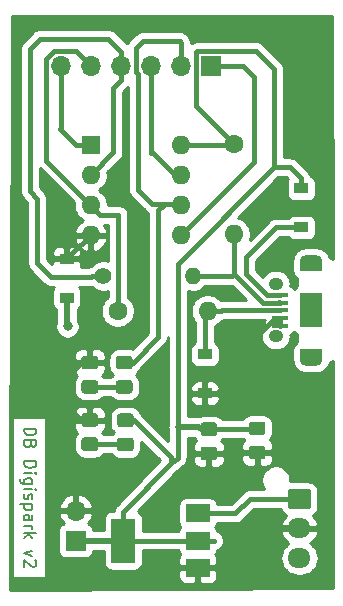
<source format=gbr>
G04 #@! TF.GenerationSoftware,KiCad,Pcbnew,(5.1.5)-3*
G04 #@! TF.CreationDate,2020-03-05T17:26:28+00:00*
G04 #@! TF.ProjectId,DigiSpark.schBackup,44696769-5370-4617-926b-2e7363684261,rev?*
G04 #@! TF.SameCoordinates,PX4f296e0PY8afe530*
G04 #@! TF.FileFunction,Copper,L1,Top*
G04 #@! TF.FilePolarity,Positive*
%FSLAX46Y46*%
G04 Gerber Fmt 4.6, Leading zero omitted, Abs format (unit mm)*
G04 Created by KiCad (PCBNEW (5.1.5)-3) date 2020-03-05 17:26:28*
%MOMM*%
%LPD*%
G04 APERTURE LIST*
%ADD10C,0.150000*%
%ADD11R,1.700000X1.700000*%
%ADD12O,1.700000X1.700000*%
%ADD13C,0.100000*%
%ADD14R,1.200000X0.900000*%
%ADD15O,1.250000X1.050000*%
%ADD16R,1.350000X0.400000*%
%ADD17O,1.900000X1.000000*%
%ADD18R,1.900000X2.900000*%
%ADD19R,1.900000X0.875000*%
%ADD20O,1.950000X1.700000*%
%ADD21C,1.400000*%
%ADD22O,1.400000X1.400000*%
%ADD23C,1.600000*%
%ADD24O,1.600000X1.600000*%
%ADD25R,2.000000X3.800000*%
%ADD26R,2.000000X1.500000*%
%ADD27R,1.600000X1.600000*%
%ADD28C,0.800000*%
%ADD29C,0.400000*%
%ADD30C,0.550000*%
%ADD31C,0.254000*%
G04 APERTURE END LIST*
D10*
X4576819Y16374334D02*
X5576819Y16374334D01*
X5576819Y16136239D01*
X5529200Y15993381D01*
X5433961Y15898143D01*
X5338723Y15850524D01*
X5148247Y15802905D01*
X5005390Y15802905D01*
X4814914Y15850524D01*
X4719676Y15898143D01*
X4624438Y15993381D01*
X4576819Y16136239D01*
X4576819Y16374334D01*
X5100628Y15041000D02*
X5053009Y14898143D01*
X5005390Y14850524D01*
X4910152Y14802905D01*
X4767295Y14802905D01*
X4672057Y14850524D01*
X4624438Y14898143D01*
X4576819Y14993381D01*
X4576819Y15374334D01*
X5576819Y15374334D01*
X5576819Y15041000D01*
X5529200Y14945762D01*
X5481580Y14898143D01*
X5386342Y14850524D01*
X5291104Y14850524D01*
X5195866Y14898143D01*
X5148247Y14945762D01*
X5100628Y15041000D01*
X5100628Y15374334D01*
X4576819Y13612429D02*
X5576819Y13612429D01*
X5576819Y13374334D01*
X5529200Y13231477D01*
X5433961Y13136239D01*
X5338723Y13088620D01*
X5148247Y13041000D01*
X5005390Y13041000D01*
X4814914Y13088620D01*
X4719676Y13136239D01*
X4624438Y13231477D01*
X4576819Y13374334D01*
X4576819Y13612429D01*
X4576819Y12612429D02*
X5243485Y12612429D01*
X5576819Y12612429D02*
X5529200Y12660048D01*
X5481580Y12612429D01*
X5529200Y12564810D01*
X5576819Y12612429D01*
X5481580Y12612429D01*
X5243485Y11707667D02*
X4433961Y11707667D01*
X4338723Y11755286D01*
X4291104Y11802905D01*
X4243485Y11898143D01*
X4243485Y12041000D01*
X4291104Y12136239D01*
X4624438Y11707667D02*
X4576819Y11802905D01*
X4576819Y11993381D01*
X4624438Y12088620D01*
X4672057Y12136239D01*
X4767295Y12183858D01*
X5053009Y12183858D01*
X5148247Y12136239D01*
X5195866Y12088620D01*
X5243485Y11993381D01*
X5243485Y11802905D01*
X5195866Y11707667D01*
X4576819Y11231477D02*
X5243485Y11231477D01*
X5576819Y11231477D02*
X5529200Y11279096D01*
X5481580Y11231477D01*
X5529200Y11183858D01*
X5576819Y11231477D01*
X5481580Y11231477D01*
X4624438Y10802905D02*
X4576819Y10707667D01*
X4576819Y10517191D01*
X4624438Y10421953D01*
X4719676Y10374334D01*
X4767295Y10374334D01*
X4862533Y10421953D01*
X4910152Y10517191D01*
X4910152Y10660048D01*
X4957771Y10755286D01*
X5053009Y10802905D01*
X5100628Y10802905D01*
X5195866Y10755286D01*
X5243485Y10660048D01*
X5243485Y10517191D01*
X5195866Y10421953D01*
X5243485Y9945762D02*
X4243485Y9945762D01*
X5195866Y9945762D02*
X5243485Y9850524D01*
X5243485Y9660048D01*
X5195866Y9564810D01*
X5148247Y9517191D01*
X5053009Y9469572D01*
X4767295Y9469572D01*
X4672057Y9517191D01*
X4624438Y9564810D01*
X4576819Y9660048D01*
X4576819Y9850524D01*
X4624438Y9945762D01*
X4576819Y8612429D02*
X5100628Y8612429D01*
X5195866Y8660048D01*
X5243485Y8755286D01*
X5243485Y8945762D01*
X5195866Y9041000D01*
X4624438Y8612429D02*
X4576819Y8707667D01*
X4576819Y8945762D01*
X4624438Y9041000D01*
X4719676Y9088620D01*
X4814914Y9088620D01*
X4910152Y9041000D01*
X4957771Y8945762D01*
X4957771Y8707667D01*
X5005390Y8612429D01*
X4576819Y8136239D02*
X5243485Y8136239D01*
X5053009Y8136239D02*
X5148247Y8088620D01*
X5195866Y8041000D01*
X5243485Y7945762D01*
X5243485Y7850524D01*
X4576819Y7517191D02*
X5576819Y7517191D01*
X4957771Y7421953D02*
X4576819Y7136239D01*
X5243485Y7136239D02*
X4862533Y7517191D01*
X5243485Y6041000D02*
X4576819Y5802905D01*
X5243485Y5564810D01*
X5481580Y5231477D02*
X5529200Y5183858D01*
X5576819Y5088620D01*
X5576819Y4850524D01*
X5529200Y4755286D01*
X5481580Y4707667D01*
X5386342Y4660048D01*
X5291104Y4660048D01*
X5148247Y4707667D01*
X4576819Y5279096D01*
X4576819Y4660048D01*
D11*
X20396200Y47091600D03*
D12*
X17856200Y47091600D03*
X15316200Y47091600D03*
X12776200Y47091600D03*
X10236200Y47091600D03*
X7696200Y47091600D03*
G04 #@! TA.AperFunction,SMDPad,CuDef*
D13*
G36*
X20667505Y14839596D02*
G01*
X20691773Y14835996D01*
X20715572Y14830035D01*
X20738671Y14821770D01*
X20760850Y14811280D01*
X20781893Y14798668D01*
X20801599Y14784053D01*
X20819777Y14767577D01*
X20836253Y14749399D01*
X20850868Y14729693D01*
X20863480Y14708650D01*
X20873970Y14686471D01*
X20882235Y14663372D01*
X20888196Y14639573D01*
X20891796Y14615305D01*
X20893000Y14590801D01*
X20893000Y13940799D01*
X20891796Y13916295D01*
X20888196Y13892027D01*
X20882235Y13868228D01*
X20873970Y13845129D01*
X20863480Y13822950D01*
X20850868Y13801907D01*
X20836253Y13782201D01*
X20819777Y13764023D01*
X20801599Y13747547D01*
X20781893Y13732932D01*
X20760850Y13720320D01*
X20738671Y13709830D01*
X20715572Y13701565D01*
X20691773Y13695604D01*
X20667505Y13692004D01*
X20643001Y13690800D01*
X19742999Y13690800D01*
X19718495Y13692004D01*
X19694227Y13695604D01*
X19670428Y13701565D01*
X19647329Y13709830D01*
X19625150Y13720320D01*
X19604107Y13732932D01*
X19584401Y13747547D01*
X19566223Y13764023D01*
X19549747Y13782201D01*
X19535132Y13801907D01*
X19522520Y13822950D01*
X19512030Y13845129D01*
X19503765Y13868228D01*
X19497804Y13892027D01*
X19494204Y13916295D01*
X19493000Y13940799D01*
X19493000Y14590801D01*
X19494204Y14615305D01*
X19497804Y14639573D01*
X19503765Y14663372D01*
X19512030Y14686471D01*
X19522520Y14708650D01*
X19535132Y14729693D01*
X19549747Y14749399D01*
X19566223Y14767577D01*
X19584401Y14784053D01*
X19604107Y14798668D01*
X19625150Y14811280D01*
X19647329Y14821770D01*
X19670428Y14830035D01*
X19694227Y14835996D01*
X19718495Y14839596D01*
X19742999Y14840800D01*
X20643001Y14840800D01*
X20667505Y14839596D01*
G37*
G04 #@! TD.AperFunction*
G04 #@! TA.AperFunction,SMDPad,CuDef*
G36*
X20667505Y16889596D02*
G01*
X20691773Y16885996D01*
X20715572Y16880035D01*
X20738671Y16871770D01*
X20760850Y16861280D01*
X20781893Y16848668D01*
X20801599Y16834053D01*
X20819777Y16817577D01*
X20836253Y16799399D01*
X20850868Y16779693D01*
X20863480Y16758650D01*
X20873970Y16736471D01*
X20882235Y16713372D01*
X20888196Y16689573D01*
X20891796Y16665305D01*
X20893000Y16640801D01*
X20893000Y15990799D01*
X20891796Y15966295D01*
X20888196Y15942027D01*
X20882235Y15918228D01*
X20873970Y15895129D01*
X20863480Y15872950D01*
X20850868Y15851907D01*
X20836253Y15832201D01*
X20819777Y15814023D01*
X20801599Y15797547D01*
X20781893Y15782932D01*
X20760850Y15770320D01*
X20738671Y15759830D01*
X20715572Y15751565D01*
X20691773Y15745604D01*
X20667505Y15742004D01*
X20643001Y15740800D01*
X19742999Y15740800D01*
X19718495Y15742004D01*
X19694227Y15745604D01*
X19670428Y15751565D01*
X19647329Y15759830D01*
X19625150Y15770320D01*
X19604107Y15782932D01*
X19584401Y15797547D01*
X19566223Y15814023D01*
X19549747Y15832201D01*
X19535132Y15851907D01*
X19522520Y15872950D01*
X19512030Y15895129D01*
X19503765Y15918228D01*
X19497804Y15942027D01*
X19494204Y15966295D01*
X19493000Y15990799D01*
X19493000Y16640801D01*
X19494204Y16665305D01*
X19497804Y16689573D01*
X19503765Y16713372D01*
X19512030Y16736471D01*
X19522520Y16758650D01*
X19535132Y16779693D01*
X19549747Y16799399D01*
X19566223Y16817577D01*
X19584401Y16834053D01*
X19604107Y16848668D01*
X19625150Y16861280D01*
X19647329Y16871770D01*
X19670428Y16880035D01*
X19694227Y16885996D01*
X19718495Y16889596D01*
X19742999Y16890800D01*
X20643001Y16890800D01*
X20667505Y16889596D01*
G37*
G04 #@! TD.AperFunction*
G04 #@! TA.AperFunction,SMDPad,CuDef*
G36*
X24756905Y16965796D02*
G01*
X24781173Y16962196D01*
X24804972Y16956235D01*
X24828071Y16947970D01*
X24850250Y16937480D01*
X24871293Y16924868D01*
X24890999Y16910253D01*
X24909177Y16893777D01*
X24925653Y16875599D01*
X24940268Y16855893D01*
X24952880Y16834850D01*
X24963370Y16812671D01*
X24971635Y16789572D01*
X24977596Y16765773D01*
X24981196Y16741505D01*
X24982400Y16717001D01*
X24982400Y16066999D01*
X24981196Y16042495D01*
X24977596Y16018227D01*
X24971635Y15994428D01*
X24963370Y15971329D01*
X24952880Y15949150D01*
X24940268Y15928107D01*
X24925653Y15908401D01*
X24909177Y15890223D01*
X24890999Y15873747D01*
X24871293Y15859132D01*
X24850250Y15846520D01*
X24828071Y15836030D01*
X24804972Y15827765D01*
X24781173Y15821804D01*
X24756905Y15818204D01*
X24732401Y15817000D01*
X23832399Y15817000D01*
X23807895Y15818204D01*
X23783627Y15821804D01*
X23759828Y15827765D01*
X23736729Y15836030D01*
X23714550Y15846520D01*
X23693507Y15859132D01*
X23673801Y15873747D01*
X23655623Y15890223D01*
X23639147Y15908401D01*
X23624532Y15928107D01*
X23611920Y15949150D01*
X23601430Y15971329D01*
X23593165Y15994428D01*
X23587204Y16018227D01*
X23583604Y16042495D01*
X23582400Y16066999D01*
X23582400Y16717001D01*
X23583604Y16741505D01*
X23587204Y16765773D01*
X23593165Y16789572D01*
X23601430Y16812671D01*
X23611920Y16834850D01*
X23624532Y16855893D01*
X23639147Y16875599D01*
X23655623Y16893777D01*
X23673801Y16910253D01*
X23693507Y16924868D01*
X23714550Y16937480D01*
X23736729Y16947970D01*
X23759828Y16956235D01*
X23783627Y16962196D01*
X23807895Y16965796D01*
X23832399Y16967000D01*
X24732401Y16967000D01*
X24756905Y16965796D01*
G37*
G04 #@! TD.AperFunction*
G04 #@! TA.AperFunction,SMDPad,CuDef*
G36*
X24756905Y14915796D02*
G01*
X24781173Y14912196D01*
X24804972Y14906235D01*
X24828071Y14897970D01*
X24850250Y14887480D01*
X24871293Y14874868D01*
X24890999Y14860253D01*
X24909177Y14843777D01*
X24925653Y14825599D01*
X24940268Y14805893D01*
X24952880Y14784850D01*
X24963370Y14762671D01*
X24971635Y14739572D01*
X24977596Y14715773D01*
X24981196Y14691505D01*
X24982400Y14667001D01*
X24982400Y14016999D01*
X24981196Y13992495D01*
X24977596Y13968227D01*
X24971635Y13944428D01*
X24963370Y13921329D01*
X24952880Y13899150D01*
X24940268Y13878107D01*
X24925653Y13858401D01*
X24909177Y13840223D01*
X24890999Y13823747D01*
X24871293Y13809132D01*
X24850250Y13796520D01*
X24828071Y13786030D01*
X24804972Y13777765D01*
X24781173Y13771804D01*
X24756905Y13768204D01*
X24732401Y13767000D01*
X23832399Y13767000D01*
X23807895Y13768204D01*
X23783627Y13771804D01*
X23759828Y13777765D01*
X23736729Y13786030D01*
X23714550Y13796520D01*
X23693507Y13809132D01*
X23673801Y13823747D01*
X23655623Y13840223D01*
X23639147Y13858401D01*
X23624532Y13878107D01*
X23611920Y13899150D01*
X23601430Y13921329D01*
X23593165Y13944428D01*
X23587204Y13968227D01*
X23583604Y13992495D01*
X23582400Y14016999D01*
X23582400Y14667001D01*
X23583604Y14691505D01*
X23587204Y14715773D01*
X23593165Y14739572D01*
X23601430Y14762671D01*
X23611920Y14784850D01*
X23624532Y14805893D01*
X23639147Y14825599D01*
X23655623Y14843777D01*
X23673801Y14860253D01*
X23693507Y14874868D01*
X23714550Y14887480D01*
X23736729Y14897970D01*
X23759828Y14906235D01*
X23783627Y14912196D01*
X23807895Y14915796D01*
X23832399Y14917000D01*
X24732401Y14917000D01*
X24756905Y14915796D01*
G37*
G04 #@! TD.AperFunction*
D14*
X8153400Y27458400D03*
X8153400Y30758400D03*
X19862800Y19355800D03*
X19862800Y22655800D03*
X28016200Y33402000D03*
X28016200Y36702000D03*
G04 #@! TA.AperFunction,SMDPad,CuDef*
D13*
G36*
X13504705Y20478396D02*
G01*
X13528973Y20474796D01*
X13552772Y20468835D01*
X13575871Y20460570D01*
X13598050Y20450080D01*
X13619093Y20437468D01*
X13638799Y20422853D01*
X13656977Y20406377D01*
X13673453Y20388199D01*
X13688068Y20368493D01*
X13700680Y20347450D01*
X13711170Y20325271D01*
X13719435Y20302172D01*
X13725396Y20278373D01*
X13728996Y20254105D01*
X13730200Y20229601D01*
X13730200Y19579599D01*
X13728996Y19555095D01*
X13725396Y19530827D01*
X13719435Y19507028D01*
X13711170Y19483929D01*
X13700680Y19461750D01*
X13688068Y19440707D01*
X13673453Y19421001D01*
X13656977Y19402823D01*
X13638799Y19386347D01*
X13619093Y19371732D01*
X13598050Y19359120D01*
X13575871Y19348630D01*
X13552772Y19340365D01*
X13528973Y19334404D01*
X13504705Y19330804D01*
X13480201Y19329600D01*
X12580199Y19329600D01*
X12555695Y19330804D01*
X12531427Y19334404D01*
X12507628Y19340365D01*
X12484529Y19348630D01*
X12462350Y19359120D01*
X12441307Y19371732D01*
X12421601Y19386347D01*
X12403423Y19402823D01*
X12386947Y19421001D01*
X12372332Y19440707D01*
X12359720Y19461750D01*
X12349230Y19483929D01*
X12340965Y19507028D01*
X12335004Y19530827D01*
X12331404Y19555095D01*
X12330200Y19579599D01*
X12330200Y20229601D01*
X12331404Y20254105D01*
X12335004Y20278373D01*
X12340965Y20302172D01*
X12349230Y20325271D01*
X12359720Y20347450D01*
X12372332Y20368493D01*
X12386947Y20388199D01*
X12403423Y20406377D01*
X12421601Y20422853D01*
X12441307Y20437468D01*
X12462350Y20450080D01*
X12484529Y20460570D01*
X12507628Y20468835D01*
X12531427Y20474796D01*
X12555695Y20478396D01*
X12580199Y20479600D01*
X13480201Y20479600D01*
X13504705Y20478396D01*
G37*
G04 #@! TD.AperFunction*
G04 #@! TA.AperFunction,SMDPad,CuDef*
G36*
X13504705Y22528396D02*
G01*
X13528973Y22524796D01*
X13552772Y22518835D01*
X13575871Y22510570D01*
X13598050Y22500080D01*
X13619093Y22487468D01*
X13638799Y22472853D01*
X13656977Y22456377D01*
X13673453Y22438199D01*
X13688068Y22418493D01*
X13700680Y22397450D01*
X13711170Y22375271D01*
X13719435Y22352172D01*
X13725396Y22328373D01*
X13728996Y22304105D01*
X13730200Y22279601D01*
X13730200Y21629599D01*
X13728996Y21605095D01*
X13725396Y21580827D01*
X13719435Y21557028D01*
X13711170Y21533929D01*
X13700680Y21511750D01*
X13688068Y21490707D01*
X13673453Y21471001D01*
X13656977Y21452823D01*
X13638799Y21436347D01*
X13619093Y21421732D01*
X13598050Y21409120D01*
X13575871Y21398630D01*
X13552772Y21390365D01*
X13528973Y21384404D01*
X13504705Y21380804D01*
X13480201Y21379600D01*
X12580199Y21379600D01*
X12555695Y21380804D01*
X12531427Y21384404D01*
X12507628Y21390365D01*
X12484529Y21398630D01*
X12462350Y21409120D01*
X12441307Y21421732D01*
X12421601Y21436347D01*
X12403423Y21452823D01*
X12386947Y21471001D01*
X12372332Y21490707D01*
X12359720Y21511750D01*
X12349230Y21533929D01*
X12340965Y21557028D01*
X12335004Y21580827D01*
X12331404Y21605095D01*
X12330200Y21629599D01*
X12330200Y22279601D01*
X12331404Y22304105D01*
X12335004Y22328373D01*
X12340965Y22352172D01*
X12349230Y22375271D01*
X12359720Y22397450D01*
X12372332Y22418493D01*
X12386947Y22438199D01*
X12403423Y22456377D01*
X12421601Y22472853D01*
X12441307Y22487468D01*
X12462350Y22500080D01*
X12484529Y22510570D01*
X12507628Y22518835D01*
X12531427Y22524796D01*
X12555695Y22528396D01*
X12580199Y22529600D01*
X13480201Y22529600D01*
X13504705Y22528396D01*
G37*
G04 #@! TD.AperFunction*
G04 #@! TA.AperFunction,SMDPad,CuDef*
G36*
X13606305Y17651596D02*
G01*
X13630573Y17647996D01*
X13654372Y17642035D01*
X13677471Y17633770D01*
X13699650Y17623280D01*
X13720693Y17610668D01*
X13740399Y17596053D01*
X13758577Y17579577D01*
X13775053Y17561399D01*
X13789668Y17541693D01*
X13802280Y17520650D01*
X13812770Y17498471D01*
X13821035Y17475372D01*
X13826996Y17451573D01*
X13830596Y17427305D01*
X13831800Y17402801D01*
X13831800Y16752799D01*
X13830596Y16728295D01*
X13826996Y16704027D01*
X13821035Y16680228D01*
X13812770Y16657129D01*
X13802280Y16634950D01*
X13789668Y16613907D01*
X13775053Y16594201D01*
X13758577Y16576023D01*
X13740399Y16559547D01*
X13720693Y16544932D01*
X13699650Y16532320D01*
X13677471Y16521830D01*
X13654372Y16513565D01*
X13630573Y16507604D01*
X13606305Y16504004D01*
X13581801Y16502800D01*
X12681799Y16502800D01*
X12657295Y16504004D01*
X12633027Y16507604D01*
X12609228Y16513565D01*
X12586129Y16521830D01*
X12563950Y16532320D01*
X12542907Y16544932D01*
X12523201Y16559547D01*
X12505023Y16576023D01*
X12488547Y16594201D01*
X12473932Y16613907D01*
X12461320Y16634950D01*
X12450830Y16657129D01*
X12442565Y16680228D01*
X12436604Y16704027D01*
X12433004Y16728295D01*
X12431800Y16752799D01*
X12431800Y17402801D01*
X12433004Y17427305D01*
X12436604Y17451573D01*
X12442565Y17475372D01*
X12450830Y17498471D01*
X12461320Y17520650D01*
X12473932Y17541693D01*
X12488547Y17561399D01*
X12505023Y17579577D01*
X12523201Y17596053D01*
X12542907Y17610668D01*
X12563950Y17623280D01*
X12586129Y17633770D01*
X12609228Y17642035D01*
X12633027Y17647996D01*
X12657295Y17651596D01*
X12681799Y17652800D01*
X13581801Y17652800D01*
X13606305Y17651596D01*
G37*
G04 #@! TD.AperFunction*
G04 #@! TA.AperFunction,SMDPad,CuDef*
G36*
X13606305Y15601596D02*
G01*
X13630573Y15597996D01*
X13654372Y15592035D01*
X13677471Y15583770D01*
X13699650Y15573280D01*
X13720693Y15560668D01*
X13740399Y15546053D01*
X13758577Y15529577D01*
X13775053Y15511399D01*
X13789668Y15491693D01*
X13802280Y15470650D01*
X13812770Y15448471D01*
X13821035Y15425372D01*
X13826996Y15401573D01*
X13830596Y15377305D01*
X13831800Y15352801D01*
X13831800Y14702799D01*
X13830596Y14678295D01*
X13826996Y14654027D01*
X13821035Y14630228D01*
X13812770Y14607129D01*
X13802280Y14584950D01*
X13789668Y14563907D01*
X13775053Y14544201D01*
X13758577Y14526023D01*
X13740399Y14509547D01*
X13720693Y14494932D01*
X13699650Y14482320D01*
X13677471Y14471830D01*
X13654372Y14463565D01*
X13630573Y14457604D01*
X13606305Y14454004D01*
X13581801Y14452800D01*
X12681799Y14452800D01*
X12657295Y14454004D01*
X12633027Y14457604D01*
X12609228Y14463565D01*
X12586129Y14471830D01*
X12563950Y14482320D01*
X12542907Y14494932D01*
X12523201Y14509547D01*
X12505023Y14526023D01*
X12488547Y14544201D01*
X12473932Y14563907D01*
X12461320Y14584950D01*
X12450830Y14607129D01*
X12442565Y14630228D01*
X12436604Y14654027D01*
X12433004Y14678295D01*
X12431800Y14702799D01*
X12431800Y15352801D01*
X12433004Y15377305D01*
X12436604Y15401573D01*
X12442565Y15425372D01*
X12450830Y15448471D01*
X12461320Y15470650D01*
X12473932Y15491693D01*
X12488547Y15511399D01*
X12505023Y15529577D01*
X12523201Y15546053D01*
X12542907Y15560668D01*
X12563950Y15573280D01*
X12586129Y15583770D01*
X12609228Y15592035D01*
X12633027Y15597996D01*
X12657295Y15601596D01*
X12681799Y15602800D01*
X13581801Y15602800D01*
X13606305Y15601596D01*
G37*
G04 #@! TD.AperFunction*
D15*
X25854400Y24165600D03*
D16*
X26179400Y25090600D03*
X26179400Y25740600D03*
X26179400Y26390600D03*
X26179400Y27690600D03*
D15*
X25854400Y28615600D03*
D17*
X28854400Y22215600D03*
X28854400Y30565600D03*
D16*
X26179400Y27040600D03*
D18*
X28854400Y26390600D03*
D19*
X28854400Y30128100D03*
X28854400Y22653100D03*
G04 #@! TA.AperFunction,ComponentPad*
D13*
G36*
X28613304Y11262796D02*
G01*
X28637573Y11259196D01*
X28661371Y11253235D01*
X28684471Y11244970D01*
X28706649Y11234480D01*
X28727693Y11221867D01*
X28747398Y11207253D01*
X28765577Y11190777D01*
X28782053Y11172598D01*
X28796667Y11152893D01*
X28809280Y11131849D01*
X28819770Y11109671D01*
X28828035Y11086571D01*
X28833996Y11062773D01*
X28837596Y11038504D01*
X28838800Y11014000D01*
X28838800Y9814000D01*
X28837596Y9789496D01*
X28833996Y9765227D01*
X28828035Y9741429D01*
X28819770Y9718329D01*
X28809280Y9696151D01*
X28796667Y9675107D01*
X28782053Y9655402D01*
X28765577Y9637223D01*
X28747398Y9620747D01*
X28727693Y9606133D01*
X28706649Y9593520D01*
X28684471Y9583030D01*
X28661371Y9574765D01*
X28637573Y9568804D01*
X28613304Y9565204D01*
X28588800Y9564000D01*
X27138800Y9564000D01*
X27114296Y9565204D01*
X27090027Y9568804D01*
X27066229Y9574765D01*
X27043129Y9583030D01*
X27020951Y9593520D01*
X26999907Y9606133D01*
X26980202Y9620747D01*
X26962023Y9637223D01*
X26945547Y9655402D01*
X26930933Y9675107D01*
X26918320Y9696151D01*
X26907830Y9718329D01*
X26899565Y9741429D01*
X26893604Y9765227D01*
X26890004Y9789496D01*
X26888800Y9814000D01*
X26888800Y11014000D01*
X26890004Y11038504D01*
X26893604Y11062773D01*
X26899565Y11086571D01*
X26907830Y11109671D01*
X26918320Y11131849D01*
X26930933Y11152893D01*
X26945547Y11172598D01*
X26962023Y11190777D01*
X26980202Y11207253D01*
X26999907Y11221867D01*
X27020951Y11234480D01*
X27043129Y11244970D01*
X27066229Y11253235D01*
X27090027Y11259196D01*
X27114296Y11262796D01*
X27138800Y11264000D01*
X28588800Y11264000D01*
X28613304Y11262796D01*
G37*
G04 #@! TD.AperFunction*
D20*
X27863800Y7914000D03*
X27863800Y5414000D03*
D11*
X8915400Y6883400D03*
D12*
X8915400Y9423400D03*
D21*
X11252200Y29286200D03*
D22*
X18872200Y29286200D03*
D23*
X12471400Y26339800D03*
D24*
X20091400Y26339800D03*
X22326600Y32816800D03*
D23*
X22326600Y40436800D03*
G04 #@! TA.AperFunction,SMDPad,CuDef*
D13*
G36*
X10583705Y22528396D02*
G01*
X10607973Y22524796D01*
X10631772Y22518835D01*
X10654871Y22510570D01*
X10677050Y22500080D01*
X10698093Y22487468D01*
X10717799Y22472853D01*
X10735977Y22456377D01*
X10752453Y22438199D01*
X10767068Y22418493D01*
X10779680Y22397450D01*
X10790170Y22375271D01*
X10798435Y22352172D01*
X10804396Y22328373D01*
X10807996Y22304105D01*
X10809200Y22279601D01*
X10809200Y21629599D01*
X10807996Y21605095D01*
X10804396Y21580827D01*
X10798435Y21557028D01*
X10790170Y21533929D01*
X10779680Y21511750D01*
X10767068Y21490707D01*
X10752453Y21471001D01*
X10735977Y21452823D01*
X10717799Y21436347D01*
X10698093Y21421732D01*
X10677050Y21409120D01*
X10654871Y21398630D01*
X10631772Y21390365D01*
X10607973Y21384404D01*
X10583705Y21380804D01*
X10559201Y21379600D01*
X9659199Y21379600D01*
X9634695Y21380804D01*
X9610427Y21384404D01*
X9586628Y21390365D01*
X9563529Y21398630D01*
X9541350Y21409120D01*
X9520307Y21421732D01*
X9500601Y21436347D01*
X9482423Y21452823D01*
X9465947Y21471001D01*
X9451332Y21490707D01*
X9438720Y21511750D01*
X9428230Y21533929D01*
X9419965Y21557028D01*
X9414004Y21580827D01*
X9410404Y21605095D01*
X9409200Y21629599D01*
X9409200Y22279601D01*
X9410404Y22304105D01*
X9414004Y22328373D01*
X9419965Y22352172D01*
X9428230Y22375271D01*
X9438720Y22397450D01*
X9451332Y22418493D01*
X9465947Y22438199D01*
X9482423Y22456377D01*
X9500601Y22472853D01*
X9520307Y22487468D01*
X9541350Y22500080D01*
X9563529Y22510570D01*
X9586628Y22518835D01*
X9610427Y22524796D01*
X9634695Y22528396D01*
X9659199Y22529600D01*
X10559201Y22529600D01*
X10583705Y22528396D01*
G37*
G04 #@! TD.AperFunction*
G04 #@! TA.AperFunction,SMDPad,CuDef*
G36*
X10583705Y20478396D02*
G01*
X10607973Y20474796D01*
X10631772Y20468835D01*
X10654871Y20460570D01*
X10677050Y20450080D01*
X10698093Y20437468D01*
X10717799Y20422853D01*
X10735977Y20406377D01*
X10752453Y20388199D01*
X10767068Y20368493D01*
X10779680Y20347450D01*
X10790170Y20325271D01*
X10798435Y20302172D01*
X10804396Y20278373D01*
X10807996Y20254105D01*
X10809200Y20229601D01*
X10809200Y19579599D01*
X10807996Y19555095D01*
X10804396Y19530827D01*
X10798435Y19507028D01*
X10790170Y19483929D01*
X10779680Y19461750D01*
X10767068Y19440707D01*
X10752453Y19421001D01*
X10735977Y19402823D01*
X10717799Y19386347D01*
X10698093Y19371732D01*
X10677050Y19359120D01*
X10654871Y19348630D01*
X10631772Y19340365D01*
X10607973Y19334404D01*
X10583705Y19330804D01*
X10559201Y19329600D01*
X9659199Y19329600D01*
X9634695Y19330804D01*
X9610427Y19334404D01*
X9586628Y19340365D01*
X9563529Y19348630D01*
X9541350Y19359120D01*
X9520307Y19371732D01*
X9500601Y19386347D01*
X9482423Y19402823D01*
X9465947Y19421001D01*
X9451332Y19440707D01*
X9438720Y19461750D01*
X9428230Y19483929D01*
X9419965Y19507028D01*
X9414004Y19530827D01*
X9410404Y19555095D01*
X9409200Y19579599D01*
X9409200Y20229601D01*
X9410404Y20254105D01*
X9414004Y20278373D01*
X9419965Y20302172D01*
X9428230Y20325271D01*
X9438720Y20347450D01*
X9451332Y20368493D01*
X9465947Y20388199D01*
X9482423Y20406377D01*
X9500601Y20422853D01*
X9520307Y20437468D01*
X9541350Y20450080D01*
X9563529Y20460570D01*
X9586628Y20468835D01*
X9610427Y20474796D01*
X9634695Y20478396D01*
X9659199Y20479600D01*
X10559201Y20479600D01*
X10583705Y20478396D01*
G37*
G04 #@! TD.AperFunction*
G04 #@! TA.AperFunction,SMDPad,CuDef*
G36*
X10583705Y15617996D02*
G01*
X10607973Y15614396D01*
X10631772Y15608435D01*
X10654871Y15600170D01*
X10677050Y15589680D01*
X10698093Y15577068D01*
X10717799Y15562453D01*
X10735977Y15545977D01*
X10752453Y15527799D01*
X10767068Y15508093D01*
X10779680Y15487050D01*
X10790170Y15464871D01*
X10798435Y15441772D01*
X10804396Y15417973D01*
X10807996Y15393705D01*
X10809200Y15369201D01*
X10809200Y14719199D01*
X10807996Y14694695D01*
X10804396Y14670427D01*
X10798435Y14646628D01*
X10790170Y14623529D01*
X10779680Y14601350D01*
X10767068Y14580307D01*
X10752453Y14560601D01*
X10735977Y14542423D01*
X10717799Y14525947D01*
X10698093Y14511332D01*
X10677050Y14498720D01*
X10654871Y14488230D01*
X10631772Y14479965D01*
X10607973Y14474004D01*
X10583705Y14470404D01*
X10559201Y14469200D01*
X9659199Y14469200D01*
X9634695Y14470404D01*
X9610427Y14474004D01*
X9586628Y14479965D01*
X9563529Y14488230D01*
X9541350Y14498720D01*
X9520307Y14511332D01*
X9500601Y14525947D01*
X9482423Y14542423D01*
X9465947Y14560601D01*
X9451332Y14580307D01*
X9438720Y14601350D01*
X9428230Y14623529D01*
X9419965Y14646628D01*
X9414004Y14670427D01*
X9410404Y14694695D01*
X9409200Y14719199D01*
X9409200Y15369201D01*
X9410404Y15393705D01*
X9414004Y15417973D01*
X9419965Y15441772D01*
X9428230Y15464871D01*
X9438720Y15487050D01*
X9451332Y15508093D01*
X9465947Y15527799D01*
X9482423Y15545977D01*
X9500601Y15562453D01*
X9520307Y15577068D01*
X9541350Y15589680D01*
X9563529Y15600170D01*
X9586628Y15608435D01*
X9610427Y15614396D01*
X9634695Y15617996D01*
X9659199Y15619200D01*
X10559201Y15619200D01*
X10583705Y15617996D01*
G37*
G04 #@! TD.AperFunction*
G04 #@! TA.AperFunction,SMDPad,CuDef*
G36*
X10583705Y17667996D02*
G01*
X10607973Y17664396D01*
X10631772Y17658435D01*
X10654871Y17650170D01*
X10677050Y17639680D01*
X10698093Y17627068D01*
X10717799Y17612453D01*
X10735977Y17595977D01*
X10752453Y17577799D01*
X10767068Y17558093D01*
X10779680Y17537050D01*
X10790170Y17514871D01*
X10798435Y17491772D01*
X10804396Y17467973D01*
X10807996Y17443705D01*
X10809200Y17419201D01*
X10809200Y16769199D01*
X10807996Y16744695D01*
X10804396Y16720427D01*
X10798435Y16696628D01*
X10790170Y16673529D01*
X10779680Y16651350D01*
X10767068Y16630307D01*
X10752453Y16610601D01*
X10735977Y16592423D01*
X10717799Y16575947D01*
X10698093Y16561332D01*
X10677050Y16548720D01*
X10654871Y16538230D01*
X10631772Y16529965D01*
X10607973Y16524004D01*
X10583705Y16520404D01*
X10559201Y16519200D01*
X9659199Y16519200D01*
X9634695Y16520404D01*
X9610427Y16524004D01*
X9586628Y16529965D01*
X9563529Y16538230D01*
X9541350Y16548720D01*
X9520307Y16561332D01*
X9500601Y16575947D01*
X9482423Y16592423D01*
X9465947Y16610601D01*
X9451332Y16630307D01*
X9438720Y16651350D01*
X9428230Y16673529D01*
X9419965Y16696628D01*
X9414004Y16720427D01*
X9410404Y16744695D01*
X9409200Y16769199D01*
X9409200Y17419201D01*
X9410404Y17443705D01*
X9414004Y17467973D01*
X9419965Y17491772D01*
X9428230Y17514871D01*
X9438720Y17537050D01*
X9451332Y17558093D01*
X9465947Y17577799D01*
X9482423Y17595977D01*
X9500601Y17612453D01*
X9520307Y17627068D01*
X9541350Y17639680D01*
X9563529Y17650170D01*
X9586628Y17658435D01*
X9610427Y17664396D01*
X9634695Y17667996D01*
X9659199Y17669200D01*
X10559201Y17669200D01*
X10583705Y17667996D01*
G37*
G04 #@! TD.AperFunction*
D25*
X12953200Y6883400D03*
D26*
X19253200Y6883400D03*
X19253200Y9183400D03*
X19253200Y4583400D03*
D27*
X10185400Y40360600D03*
D24*
X17805400Y32740600D03*
X10185400Y37820600D03*
X17805400Y35280600D03*
X10185400Y35280600D03*
X17805400Y37820600D03*
X10185400Y32740600D03*
X17805400Y40360600D03*
D28*
X7823200Y32715200D03*
X7416800Y22174200D03*
X8229600Y25019000D03*
D29*
X26179400Y25468200D02*
X26179400Y25740600D01*
X26179400Y25090600D02*
X26179400Y25468200D01*
X29238800Y7914000D02*
X27863800Y7914000D01*
X30429200Y9104400D02*
X29238800Y7914000D01*
X26179400Y25468200D02*
X25506798Y25468200D01*
X25506798Y25468200D02*
X24180800Y24142202D01*
X24180800Y24142202D02*
X24180800Y19862800D01*
X24180800Y19862800D02*
X30429200Y13614400D01*
X30429200Y13614400D02*
X30429200Y9104400D01*
X8558800Y31114000D02*
X10185400Y32740600D01*
X21369800Y19862800D02*
X24180800Y19862800D01*
X20862800Y19355800D02*
X21369800Y19862800D01*
X19862800Y19355800D02*
X20862800Y19355800D01*
X9409200Y21954600D02*
X8178800Y20724200D01*
X10109200Y21954600D02*
X9409200Y21954600D01*
X9409200Y17094200D02*
X10109200Y17094200D01*
X8178800Y18324600D02*
X9409200Y17094200D01*
X8178800Y20724200D02*
X8178800Y18324600D01*
X10185400Y32740600D02*
X7848600Y32740600D01*
X7848600Y32740600D02*
X7823200Y32715200D01*
D30*
X20803200Y4583400D02*
X19253200Y4583400D01*
X23008200Y4583400D02*
X20803200Y4583400D01*
X26338800Y7914000D02*
X23008200Y4583400D01*
X27863800Y7914000D02*
X26338800Y7914000D01*
D29*
X22250400Y40360600D02*
X22326600Y40436800D01*
X17805400Y40360600D02*
X22250400Y40360600D01*
X12953200Y6883400D02*
X19253200Y6883400D01*
X19253200Y6883400D02*
X19503200Y6883400D01*
X19106201Y43657199D02*
X19106201Y48221603D01*
X22326600Y40436800D02*
X19106201Y43657199D01*
X25720609Y46806733D02*
X25720610Y38486468D01*
X19106201Y48221603D02*
X19226199Y48341601D01*
X19226199Y48341601D02*
X24185741Y48341601D01*
X24185741Y48341601D02*
X25720609Y46806733D01*
X27081732Y38486468D02*
X25720610Y38486468D01*
X28016200Y37552000D02*
X27081732Y38486468D01*
X28016200Y36702000D02*
X28016200Y37552000D01*
X20653200Y6883400D02*
X19253200Y6883400D01*
X12953200Y9295600D02*
X12953200Y6883400D01*
X25720610Y38486468D02*
X17551400Y30317258D01*
X24206200Y16315800D02*
X24282400Y16392000D01*
X20193000Y16315800D02*
X24206200Y16315800D01*
X12877800Y6808000D02*
X12953200Y6883400D01*
X16967200Y13942400D02*
X16967200Y13436600D01*
X13831800Y17077800D02*
X16967200Y13942400D01*
X13131800Y17077800D02*
X13831800Y17077800D01*
X17551400Y13893800D02*
X16967200Y13436600D01*
X16967200Y13436600D02*
X12953200Y9295600D01*
D30*
X19324200Y16484600D02*
X17602200Y16484600D01*
X19493000Y16315800D02*
X19324200Y16484600D01*
X20193000Y16315800D02*
X19493000Y16315800D01*
D29*
X17551400Y30317258D02*
X17602200Y16484600D01*
X17602200Y16484600D02*
X17551400Y13893800D01*
D30*
X12953200Y6883400D02*
X8915400Y6883400D01*
D29*
X26179400Y27040600D02*
X26147000Y27040600D01*
X26147000Y27040600D02*
X26097001Y27090599D01*
X25923000Y27040600D02*
X25882600Y27000200D01*
X26179400Y27040600D02*
X25923000Y27040600D01*
X25882600Y27000200D02*
X24765000Y27000200D01*
X22326600Y29438600D02*
X22326600Y32816800D01*
X24765000Y27000200D02*
X22326600Y29438600D01*
X22174200Y29286200D02*
X22326600Y29438600D01*
X18872200Y29286200D02*
X22174200Y29286200D01*
D30*
X8153400Y26458400D02*
X8178800Y26433000D01*
X8153400Y27458400D02*
X8153400Y26458400D01*
X8178800Y26433000D02*
X8178800Y25069800D01*
X8178800Y25069800D02*
X8229600Y25019000D01*
D29*
X19862800Y26111200D02*
X20091400Y26339800D01*
X19862800Y22655800D02*
X19862800Y26111200D01*
X25104400Y26390600D02*
X26179400Y26390600D01*
X21273570Y26390600D02*
X25104400Y26390600D01*
X21222770Y26339800D02*
X21273570Y26390600D01*
X20091400Y26339800D02*
X21222770Y26339800D01*
X25104400Y27690600D02*
X23368000Y29427000D01*
X26179400Y27690600D02*
X25104400Y27690600D01*
X23368000Y29427000D02*
X23368000Y30861000D01*
X25909000Y33402000D02*
X27227800Y33402000D01*
X23368000Y30861000D02*
X25909000Y33402000D01*
X27227800Y33402000D02*
X28016200Y33402000D01*
X10109200Y19904600D02*
X13030200Y19904600D01*
X15900400Y34848800D02*
X16459200Y35407600D01*
X15900400Y24124800D02*
X15900400Y34848800D01*
X13030200Y21954600D02*
X13730200Y21954600D01*
X13730200Y21954600D02*
X15900400Y24124800D01*
X17805400Y35280600D02*
X16459200Y35407600D01*
X17856200Y49047400D02*
X17856200Y47091600D01*
X17729200Y49174400D02*
X17856200Y49047400D01*
X14579600Y49174400D02*
X17729200Y49174400D01*
X14026201Y48621001D02*
X14579600Y49174400D01*
X15367000Y35407600D02*
X14173200Y36601400D01*
X16459200Y35407600D02*
X15367000Y35407600D01*
X14173200Y36601400D02*
X14173200Y46405800D01*
X14173200Y46405800D02*
X14026201Y46552799D01*
X14026201Y46552799D02*
X14026201Y48621001D01*
X13115400Y15044200D02*
X13131800Y15027800D01*
X10109200Y15044200D02*
X13115400Y15044200D01*
X19253200Y9183400D02*
X22442200Y9183400D01*
X23672800Y10414000D02*
X27863800Y10414000D01*
X22442200Y9183400D02*
X23672800Y10414000D01*
X21646200Y47091600D02*
X20396200Y47091600D01*
X18605399Y33540599D02*
X17805400Y32740600D01*
X24028400Y38963600D02*
X18605399Y33540599D01*
X24028400Y46126400D02*
X24028400Y38963600D01*
X20396200Y47091600D02*
X23063200Y47091600D01*
X23063200Y47091600D02*
X24028400Y46126400D01*
X15316200Y39686430D02*
X15316200Y47091600D01*
X15373885Y39744115D02*
X15316200Y39686430D01*
X17805400Y37820600D02*
X17297400Y37820600D01*
X17297400Y37820600D02*
X15373885Y39744115D01*
X12776200Y45889519D02*
X12115800Y45229119D01*
X12776200Y47091600D02*
X12776200Y45889519D01*
X12115800Y39751000D02*
X10185400Y37820600D01*
X12115800Y45229119D02*
X12115800Y39751000D01*
X5029200Y48514000D02*
X5892800Y49377600D01*
X5664200Y35839400D02*
X5029200Y36474400D01*
X11692281Y49377600D02*
X12776200Y48293681D01*
X5892800Y49377600D02*
X11692281Y49377600D01*
X6807200Y29210000D02*
X5664200Y30353000D01*
X10262251Y29286200D02*
X10186051Y29210000D01*
X11252200Y29286200D02*
X10262251Y29286200D01*
X5029200Y36474400D02*
X5029200Y48514000D01*
X10186051Y29210000D02*
X6807200Y29210000D01*
X12776200Y48293681D02*
X12776200Y47091600D01*
X5664200Y30353000D02*
X5664200Y35839400D01*
X9385401Y36080599D02*
X10185400Y35280600D01*
X6446199Y39019801D02*
X9385401Y36080599D01*
X6446199Y47691601D02*
X6446199Y39019801D01*
X7096199Y48341601D02*
X6446199Y47691601D01*
X8986199Y48341601D02*
X7096199Y48341601D01*
X10236200Y47091600D02*
X8986199Y48341601D01*
X10985399Y34480601D02*
X12534799Y34480601D01*
X10185400Y35280600D02*
X10985399Y34480601D01*
X12471400Y34417202D02*
X12471400Y26339800D01*
X12534799Y34480601D02*
X12471400Y34417202D01*
X8985400Y40360600D02*
X7594600Y41751400D01*
X7696200Y41853000D02*
X7696200Y47091600D01*
X7594600Y41751400D02*
X7696200Y41853000D01*
X10185400Y40360600D02*
X10185400Y40284400D01*
X10185400Y40284400D02*
X10160000Y40259000D01*
X10160000Y40259000D02*
X8985400Y40360600D01*
D31*
G36*
X30679882Y30716613D02*
G01*
X30567806Y30776519D01*
X30438683Y30815688D01*
X30413866Y30818132D01*
X30358076Y31002047D01*
X30252684Y31199223D01*
X30110849Y31372049D01*
X29938023Y31513884D01*
X29740847Y31619276D01*
X29526899Y31684177D01*
X29360152Y31700600D01*
X28348648Y31700600D01*
X28181901Y31684177D01*
X27967953Y31619276D01*
X27770777Y31513884D01*
X27597951Y31372049D01*
X27456116Y31199223D01*
X27350724Y31002047D01*
X27285823Y30788099D01*
X27263909Y30565600D01*
X27266328Y30541039D01*
X27266328Y29690600D01*
X27278588Y29566118D01*
X27314898Y29446420D01*
X27373863Y29336106D01*
X27453215Y29239415D01*
X27549906Y29160063D01*
X27660220Y29101098D01*
X27672118Y29097489D01*
X27654798Y29038641D01*
X27643160Y28977631D01*
X27630681Y28916842D01*
X27629747Y28907324D01*
X27622230Y28824720D01*
X27622663Y28762632D01*
X27622230Y28700543D01*
X27623163Y28691024D01*
X27631834Y28608534D01*
X27644320Y28547709D01*
X27655950Y28486743D01*
X27658714Y28477587D01*
X27672280Y28433760D01*
X27660220Y28430102D01*
X27549906Y28371137D01*
X27453215Y28291785D01*
X27396754Y28222987D01*
X27384937Y28245094D01*
X27305585Y28341785D01*
X27208894Y28421137D01*
X27106262Y28475996D01*
X27120012Y28615600D01*
X27097615Y28843000D01*
X27031285Y29061660D01*
X26923571Y29263179D01*
X26778612Y29439812D01*
X26601979Y29584771D01*
X26400460Y29692485D01*
X26181800Y29758815D01*
X26011379Y29775600D01*
X25697421Y29775600D01*
X25527000Y29758815D01*
X25308340Y29692485D01*
X25106821Y29584771D01*
X24930188Y29439812D01*
X24785229Y29263179D01*
X24759961Y29215906D01*
X24203000Y29772867D01*
X24203000Y30515133D01*
X26254869Y32567000D01*
X26910699Y32567000D01*
X26965015Y32500815D01*
X27061706Y32421463D01*
X27172020Y32362498D01*
X27291718Y32326188D01*
X27416200Y32313928D01*
X28616200Y32313928D01*
X28740682Y32326188D01*
X28860380Y32362498D01*
X28970694Y32421463D01*
X29067385Y32500815D01*
X29146737Y32597506D01*
X29205702Y32707820D01*
X29242012Y32827518D01*
X29254272Y32952000D01*
X29254272Y33852000D01*
X29242012Y33976482D01*
X29205702Y34096180D01*
X29146737Y34206494D01*
X29067385Y34303185D01*
X28970694Y34382537D01*
X28860380Y34441502D01*
X28740682Y34477812D01*
X28616200Y34490072D01*
X27416200Y34490072D01*
X27291718Y34477812D01*
X27172020Y34441502D01*
X27061706Y34382537D01*
X26965015Y34303185D01*
X26910699Y34237000D01*
X25950018Y34237000D01*
X25909000Y34241040D01*
X25867982Y34237000D01*
X25867981Y34237000D01*
X25745311Y34224918D01*
X25587913Y34177172D01*
X25442854Y34099636D01*
X25315709Y33995291D01*
X25289563Y33963432D01*
X23693792Y32367660D01*
X23706453Y32398226D01*
X23761600Y32675465D01*
X23761600Y32958135D01*
X23706453Y33235374D01*
X23598280Y33496527D01*
X23441237Y33731559D01*
X23241359Y33931437D01*
X23006327Y34088480D01*
X22745174Y34196653D01*
X22633814Y34218804D01*
X26066479Y37651468D01*
X26735865Y37651468D01*
X26883983Y37503350D01*
X26826698Y37396180D01*
X26790388Y37276482D01*
X26778128Y37152000D01*
X26778128Y36252000D01*
X26790388Y36127518D01*
X26826698Y36007820D01*
X26885663Y35897506D01*
X26965015Y35800815D01*
X27061706Y35721463D01*
X27172020Y35662498D01*
X27291718Y35626188D01*
X27416200Y35613928D01*
X28616200Y35613928D01*
X28740682Y35626188D01*
X28860380Y35662498D01*
X28970694Y35721463D01*
X29067385Y35800815D01*
X29146737Y35897506D01*
X29205702Y36007820D01*
X29242012Y36127518D01*
X29254272Y36252000D01*
X29254272Y37152000D01*
X29242012Y37276482D01*
X29205702Y37396180D01*
X29146737Y37506494D01*
X29067385Y37603185D01*
X28970694Y37682537D01*
X28860380Y37741502D01*
X28828339Y37751221D01*
X28791372Y37873087D01*
X28713836Y38018146D01*
X28609491Y38145291D01*
X28577626Y38171442D01*
X27701178Y39047889D01*
X27675023Y39079759D01*
X27547878Y39184104D01*
X27402819Y39261640D01*
X27245421Y39309386D01*
X27122751Y39321468D01*
X27122750Y39321468D01*
X27081732Y39325508D01*
X27040714Y39321468D01*
X26555610Y39321468D01*
X26555608Y46765705D01*
X26559649Y46806734D01*
X26543527Y46970422D01*
X26495781Y47127820D01*
X26418245Y47272879D01*
X26340047Y47368163D01*
X26340045Y47368165D01*
X26313899Y47400024D01*
X26282040Y47426170D01*
X24805187Y48903022D01*
X24779032Y48934892D01*
X24651887Y49039237D01*
X24506828Y49116773D01*
X24349430Y49164519D01*
X24226760Y49176601D01*
X24226759Y49176601D01*
X24185741Y49180641D01*
X24144723Y49176601D01*
X19267217Y49176601D01*
X19226199Y49180641D01*
X19185181Y49176601D01*
X19185180Y49176601D01*
X19062510Y49164519D01*
X18905112Y49116773D01*
X18760053Y49039237D01*
X18691200Y48982731D01*
X18691200Y49006382D01*
X18695240Y49047401D01*
X18679118Y49211088D01*
X18678262Y49213911D01*
X18631372Y49368487D01*
X18553836Y49513546D01*
X18449491Y49640691D01*
X18417622Y49666845D01*
X18348646Y49735821D01*
X18322491Y49767691D01*
X18195346Y49872036D01*
X18050287Y49949572D01*
X17892889Y49997318D01*
X17770219Y50009400D01*
X17770218Y50009400D01*
X17729200Y50013440D01*
X17688182Y50009400D01*
X14620607Y50009400D01*
X14579599Y50013439D01*
X14538591Y50009400D01*
X14538581Y50009400D01*
X14415911Y49997318D01*
X14258513Y49949572D01*
X14113454Y49872036D01*
X13986309Y49767691D01*
X13960154Y49735821D01*
X13464775Y49240442D01*
X13432911Y49214292D01*
X13365968Y49132721D01*
X13328565Y49087146D01*
X13271104Y48979645D01*
X12311726Y49939022D01*
X12285572Y49970891D01*
X12158427Y50075236D01*
X12013368Y50152772D01*
X11855970Y50200518D01*
X11733300Y50212600D01*
X11733299Y50212600D01*
X11692281Y50216640D01*
X11651263Y50212600D01*
X5933818Y50212600D01*
X5892800Y50216640D01*
X5851781Y50212600D01*
X5729111Y50200518D01*
X5571713Y50152772D01*
X5426654Y50075236D01*
X5299509Y49970891D01*
X5273363Y49939032D01*
X4467774Y49133441D01*
X4435910Y49107291D01*
X4394238Y49056513D01*
X4331564Y48980145D01*
X4254028Y48835086D01*
X4206282Y48677688D01*
X4190160Y48514000D01*
X4194201Y48472971D01*
X4194200Y36515419D01*
X4190160Y36474400D01*
X4194200Y36433382D01*
X4206282Y36310712D01*
X4254028Y36153314D01*
X4331564Y36008255D01*
X4435909Y35881109D01*
X4467778Y35854955D01*
X4829201Y35493531D01*
X4829200Y30394019D01*
X4825160Y30353000D01*
X4829200Y30311982D01*
X4841282Y30189312D01*
X4889028Y30031914D01*
X4966564Y29886855D01*
X5070909Y29759709D01*
X5102779Y29733554D01*
X6187758Y28648574D01*
X6213909Y28616709D01*
X6336617Y28516005D01*
X6341054Y28512364D01*
X6486113Y28434828D01*
X6643511Y28387082D01*
X6807199Y28370960D01*
X6848218Y28375000D01*
X7120998Y28375000D01*
X7102215Y28359585D01*
X7022863Y28262894D01*
X6963898Y28152580D01*
X6927588Y28032882D01*
X6915328Y27908400D01*
X6915328Y27008400D01*
X6927588Y26883918D01*
X6963898Y26764220D01*
X7022863Y26653906D01*
X7102215Y26557215D01*
X7198906Y26477863D01*
X7239201Y26456324D01*
X7256568Y26280009D01*
X7268800Y26239685D01*
X7268801Y25404011D01*
X7234374Y25320898D01*
X7194600Y25120939D01*
X7194600Y24917061D01*
X7234374Y24717102D01*
X7312395Y24528744D01*
X7425663Y24359226D01*
X7569826Y24215063D01*
X7739344Y24101795D01*
X7927702Y24023774D01*
X8127661Y23984000D01*
X8331539Y23984000D01*
X8531498Y24023774D01*
X8719856Y24101795D01*
X8889374Y24215063D01*
X9033537Y24359226D01*
X9146805Y24528744D01*
X9224826Y24717102D01*
X9264600Y24917061D01*
X9264600Y25120939D01*
X9224826Y25320898D01*
X9146805Y25509256D01*
X9088800Y25596067D01*
X9088800Y26388299D01*
X9093203Y26433001D01*
X9089740Y26468159D01*
X9107894Y26477863D01*
X9204585Y26557215D01*
X9283937Y26653906D01*
X9342902Y26764220D01*
X9379212Y26883918D01*
X9391472Y27008400D01*
X9391472Y27908400D01*
X9379212Y28032882D01*
X9342902Y28152580D01*
X9283937Y28262894D01*
X9204585Y28359585D01*
X9185802Y28375000D01*
X10145033Y28375000D01*
X10186051Y28370960D01*
X10227069Y28375000D01*
X10227070Y28375000D01*
X10271089Y28379336D01*
X10401187Y28249238D01*
X10619841Y28103139D01*
X10862795Y28002504D01*
X11120714Y27951200D01*
X11383686Y27951200D01*
X11636401Y28001469D01*
X11636401Y27507731D01*
X11556641Y27454437D01*
X11356763Y27254559D01*
X11199720Y27019527D01*
X11091547Y26758374D01*
X11036400Y26481135D01*
X11036400Y26198465D01*
X11091547Y25921226D01*
X11199720Y25660073D01*
X11356763Y25425041D01*
X11556641Y25225163D01*
X11791673Y25068120D01*
X12052826Y24959947D01*
X12330065Y24904800D01*
X12612735Y24904800D01*
X12889974Y24959947D01*
X13151127Y25068120D01*
X13386159Y25225163D01*
X13586037Y25425041D01*
X13743080Y25660073D01*
X13851253Y25921226D01*
X13906400Y26198465D01*
X13906400Y26481135D01*
X13851253Y26758374D01*
X13743080Y27019527D01*
X13586037Y27254559D01*
X13386159Y27454437D01*
X13306400Y27507730D01*
X13306400Y34152833D01*
X13309971Y34159514D01*
X13357717Y34316912D01*
X13373839Y34480601D01*
X13357717Y34644290D01*
X13309971Y34801688D01*
X13232435Y34946747D01*
X13128090Y35073892D01*
X13000945Y35178237D01*
X12855886Y35255773D01*
X12698488Y35303519D01*
X12575818Y35315601D01*
X12575817Y35315601D01*
X12534799Y35319641D01*
X12493781Y35315601D01*
X11620400Y35315601D01*
X11620400Y35421935D01*
X11565253Y35699174D01*
X11457080Y35960327D01*
X11300037Y36195359D01*
X11100159Y36395237D01*
X10867641Y36550600D01*
X11100159Y36705963D01*
X11300037Y36905841D01*
X11457080Y37140873D01*
X11565253Y37402026D01*
X11620400Y37679265D01*
X11620400Y37961935D01*
X11601686Y38056018D01*
X12677232Y39131563D01*
X12709091Y39157709D01*
X12748810Y39206106D01*
X12813436Y39284854D01*
X12890972Y39429913D01*
X12938718Y39587311D01*
X12954840Y39751000D01*
X12950800Y39792018D01*
X12950800Y44883251D01*
X13337631Y45270082D01*
X13338201Y45270549D01*
X13338200Y36642419D01*
X13334160Y36601400D01*
X13338200Y36560382D01*
X13350282Y36437712D01*
X13398028Y36280314D01*
X13475564Y36135255D01*
X13579909Y36008109D01*
X13611779Y35981954D01*
X14747558Y34846174D01*
X14773709Y34814309D01*
X14866340Y34738289D01*
X14900854Y34709964D01*
X15045913Y34632428D01*
X15065401Y34626516D01*
X15065400Y24470668D01*
X13723955Y23129222D01*
X13653455Y23150608D01*
X13480201Y23167672D01*
X12580199Y23167672D01*
X12406945Y23150608D01*
X12240349Y23100072D01*
X12086813Y23018005D01*
X11952238Y22907562D01*
X11841795Y22772987D01*
X11759728Y22619451D01*
X11709192Y22452855D01*
X11692128Y22279601D01*
X11692128Y21629599D01*
X11709192Y21456345D01*
X11759728Y21289749D01*
X11841795Y21136213D01*
X11952238Y21001638D01*
X12040016Y20929600D01*
X11952238Y20857562D01*
X11855429Y20739600D01*
X11283971Y20739600D01*
X11187162Y20857562D01*
X11180606Y20862942D01*
X11260385Y20928415D01*
X11339737Y21025106D01*
X11398702Y21135420D01*
X11435012Y21255118D01*
X11447272Y21379600D01*
X11444200Y21668850D01*
X11285450Y21827600D01*
X10236200Y21827600D01*
X10236200Y21807600D01*
X9982200Y21807600D01*
X9982200Y21827600D01*
X8932950Y21827600D01*
X8774200Y21668850D01*
X8771128Y21379600D01*
X8783388Y21255118D01*
X8819698Y21135420D01*
X8878663Y21025106D01*
X8958015Y20928415D01*
X9037794Y20862942D01*
X9031238Y20857562D01*
X8920795Y20722987D01*
X8838728Y20569451D01*
X8788192Y20402855D01*
X8771128Y20229601D01*
X8771128Y19579599D01*
X8788192Y19406345D01*
X8838728Y19239749D01*
X8920795Y19086213D01*
X9031238Y18951638D01*
X9165813Y18841195D01*
X9319349Y18759128D01*
X9485945Y18708592D01*
X9659199Y18691528D01*
X10559201Y18691528D01*
X10732455Y18708592D01*
X10899051Y18759128D01*
X11052587Y18841195D01*
X11187162Y18951638D01*
X11283971Y19069600D01*
X11855429Y19069600D01*
X11952238Y18951638D01*
X12086813Y18841195D01*
X12240349Y18759128D01*
X12406945Y18708592D01*
X12580199Y18691528D01*
X13480201Y18691528D01*
X13653455Y18708592D01*
X13820051Y18759128D01*
X13973587Y18841195D01*
X14108162Y18951638D01*
X14218605Y19086213D01*
X14300672Y19239749D01*
X14351208Y19406345D01*
X14368272Y19579599D01*
X14368272Y20229601D01*
X14351208Y20402855D01*
X14300672Y20569451D01*
X14218605Y20722987D01*
X14108162Y20857562D01*
X14020384Y20929600D01*
X14108162Y21001638D01*
X14218605Y21136213D01*
X14300672Y21289749D01*
X14322011Y21360094D01*
X14323491Y21361309D01*
X14349646Y21393179D01*
X16461828Y23505360D01*
X16493691Y23531509D01*
X16598036Y23658654D01*
X16675572Y23803713D01*
X16723318Y23961111D01*
X16735400Y24083781D01*
X16735400Y24083791D01*
X16739147Y24121836D01*
X16765852Y16850336D01*
X16757402Y16834527D01*
X16705367Y16662991D01*
X16687797Y16484600D01*
X16705367Y16306209D01*
X16757402Y16134673D01*
X16760080Y16129662D01*
X16744710Y15345758D01*
X14451246Y17639221D01*
X14425091Y17671091D01*
X14423611Y17672306D01*
X14402272Y17742651D01*
X14320205Y17896187D01*
X14209762Y18030762D01*
X14075187Y18141205D01*
X13921651Y18223272D01*
X13755055Y18273808D01*
X13581801Y18290872D01*
X12681799Y18290872D01*
X12508545Y18273808D01*
X12341949Y18223272D01*
X12188413Y18141205D01*
X12053838Y18030762D01*
X11943395Y17896187D01*
X11861328Y17742651D01*
X11810792Y17576055D01*
X11793728Y17402801D01*
X11793728Y16752799D01*
X11810792Y16579545D01*
X11861328Y16412949D01*
X11943395Y16259413D01*
X12053838Y16124838D01*
X12141616Y16052800D01*
X12053838Y15980762D01*
X11970488Y15879200D01*
X11283971Y15879200D01*
X11187162Y15997162D01*
X11180606Y16002542D01*
X11260385Y16068015D01*
X11339737Y16164706D01*
X11398702Y16275020D01*
X11435012Y16394718D01*
X11447272Y16519200D01*
X11444200Y16808450D01*
X11285450Y16967200D01*
X10236200Y16967200D01*
X10236200Y16947200D01*
X9982200Y16947200D01*
X9982200Y16967200D01*
X8932950Y16967200D01*
X8774200Y16808450D01*
X8771128Y16519200D01*
X8783388Y16394718D01*
X8819698Y16275020D01*
X8878663Y16164706D01*
X8958015Y16068015D01*
X9037794Y16002542D01*
X9031238Y15997162D01*
X8920795Y15862587D01*
X8838728Y15709051D01*
X8788192Y15542455D01*
X8771128Y15369201D01*
X8771128Y14719199D01*
X8788192Y14545945D01*
X8838728Y14379349D01*
X8920795Y14225813D01*
X9031238Y14091238D01*
X9165813Y13980795D01*
X9319349Y13898728D01*
X9485945Y13848192D01*
X9659199Y13831128D01*
X10559201Y13831128D01*
X10732455Y13848192D01*
X10899051Y13898728D01*
X11052587Y13980795D01*
X11187162Y14091238D01*
X11283971Y14209200D01*
X11943570Y14209200D01*
X12053838Y14074838D01*
X12188413Y13964395D01*
X12341949Y13882328D01*
X12508545Y13831792D01*
X12681799Y13814728D01*
X13581801Y13814728D01*
X13755055Y13831792D01*
X13921651Y13882328D01*
X14075187Y13964395D01*
X14209762Y14074838D01*
X14320205Y14209413D01*
X14402272Y14362949D01*
X14452808Y14529545D01*
X14469872Y14702799D01*
X14469872Y15258861D01*
X16044417Y13684315D01*
X12386736Y9910907D01*
X12359909Y9888891D01*
X12329624Y9851989D01*
X12325094Y9847315D01*
X12303626Y9820310D01*
X12255564Y9761745D01*
X12252471Y9755959D01*
X12248390Y9750825D01*
X12213741Y9683499D01*
X12178028Y9616686D01*
X12176123Y9610406D01*
X12173123Y9604577D01*
X12152275Y9531790D01*
X12130282Y9459288D01*
X12129639Y9452759D01*
X12127833Y9446454D01*
X12125765Y9421472D01*
X11953200Y9421472D01*
X11828718Y9409212D01*
X11709020Y9372902D01*
X11598706Y9313937D01*
X11502015Y9234585D01*
X11422663Y9137894D01*
X11363698Y9027580D01*
X11327388Y8907882D01*
X11315128Y8783400D01*
X11315128Y7793400D01*
X10397563Y7793400D01*
X10391212Y7857882D01*
X10354902Y7977580D01*
X10295937Y8087894D01*
X10216585Y8184585D01*
X10119894Y8263937D01*
X10009580Y8322902D01*
X9928934Y8347366D01*
X10012988Y8423131D01*
X10187041Y8656480D01*
X10312225Y8919301D01*
X10356876Y9066510D01*
X10235555Y9296400D01*
X9042400Y9296400D01*
X9042400Y9276400D01*
X8788400Y9276400D01*
X8788400Y9296400D01*
X7595245Y9296400D01*
X7473924Y9066510D01*
X7518575Y8919301D01*
X7643759Y8656480D01*
X7817812Y8423131D01*
X7901866Y8347366D01*
X7821220Y8322902D01*
X7710906Y8263937D01*
X7614215Y8184585D01*
X7534863Y8087894D01*
X7475898Y7977580D01*
X7439588Y7857882D01*
X7427328Y7733400D01*
X7427328Y6033400D01*
X7439588Y5908918D01*
X7475898Y5789220D01*
X7534863Y5678906D01*
X7614215Y5582215D01*
X7710906Y5502863D01*
X7821220Y5443898D01*
X7940918Y5407588D01*
X8065400Y5395328D01*
X9765400Y5395328D01*
X9889882Y5407588D01*
X10009580Y5443898D01*
X10119894Y5502863D01*
X10216585Y5582215D01*
X10295937Y5678906D01*
X10354902Y5789220D01*
X10391212Y5908918D01*
X10397563Y5973400D01*
X11315128Y5973400D01*
X11315128Y4983400D01*
X11327388Y4858918D01*
X11363698Y4739220D01*
X11422663Y4628906D01*
X11502015Y4532215D01*
X11598706Y4452863D01*
X11709020Y4393898D01*
X11828718Y4357588D01*
X11953200Y4345328D01*
X13953200Y4345328D01*
X14077682Y4357588D01*
X14197380Y4393898D01*
X14307694Y4452863D01*
X14404385Y4532215D01*
X14483737Y4628906D01*
X14542702Y4739220D01*
X14579012Y4858918D01*
X14591272Y4983400D01*
X14591272Y6048400D01*
X17623499Y6048400D01*
X17627388Y6008918D01*
X17663698Y5889220D01*
X17722663Y5778906D01*
X17760009Y5733400D01*
X17722663Y5687894D01*
X17663698Y5577580D01*
X17627388Y5457882D01*
X17615128Y5333400D01*
X17618200Y4869150D01*
X17776950Y4710400D01*
X19126200Y4710400D01*
X19126200Y4730400D01*
X19380200Y4730400D01*
X19380200Y4710400D01*
X20729450Y4710400D01*
X20888200Y4869150D01*
X20891272Y5333400D01*
X20883334Y5414000D01*
X26246615Y5414000D01*
X26275287Y5122889D01*
X26360201Y4842966D01*
X26498094Y4584986D01*
X26683666Y4358866D01*
X26909786Y4173294D01*
X27167766Y4035401D01*
X27447689Y3950487D01*
X27665850Y3929000D01*
X28061750Y3929000D01*
X28279911Y3950487D01*
X28559834Y4035401D01*
X28817814Y4173294D01*
X29043934Y4358866D01*
X29229506Y4584986D01*
X29367399Y4842966D01*
X29452313Y5122889D01*
X29480985Y5414000D01*
X29452313Y5705111D01*
X29367399Y5985034D01*
X29229506Y6243014D01*
X29043934Y6469134D01*
X28817814Y6654706D01*
X28792078Y6668462D01*
X28998229Y6824951D01*
X29191296Y7042807D01*
X29338152Y7294142D01*
X29430276Y7557110D01*
X29308955Y7787000D01*
X27990800Y7787000D01*
X27990800Y7767000D01*
X27736800Y7767000D01*
X27736800Y7787000D01*
X26418645Y7787000D01*
X26297324Y7557110D01*
X26389448Y7294142D01*
X26536304Y7042807D01*
X26729371Y6824951D01*
X26935522Y6668462D01*
X26909786Y6654706D01*
X26683666Y6469134D01*
X26498094Y6243014D01*
X26360201Y5985034D01*
X26275287Y5705111D01*
X26246615Y5414000D01*
X20883334Y5414000D01*
X20879012Y5457882D01*
X20842702Y5577580D01*
X20783737Y5687894D01*
X20746391Y5733400D01*
X20783737Y5778906D01*
X20842702Y5889220D01*
X20879012Y6008918D01*
X20886160Y6081495D01*
X20974287Y6108228D01*
X21119346Y6185764D01*
X21246491Y6290109D01*
X21350836Y6417254D01*
X21428372Y6562313D01*
X21476118Y6719711D01*
X21492240Y6883400D01*
X21476118Y7047089D01*
X21428372Y7204487D01*
X21350836Y7349546D01*
X21246491Y7476691D01*
X21119346Y7581036D01*
X20974287Y7658572D01*
X20886160Y7685305D01*
X20879012Y7757882D01*
X20842702Y7877580D01*
X20783737Y7987894D01*
X20746391Y8033400D01*
X20783737Y8078906D01*
X20842702Y8189220D01*
X20879012Y8308918D01*
X20882901Y8348400D01*
X22401182Y8348400D01*
X22442200Y8344360D01*
X22483218Y8348400D01*
X22483219Y8348400D01*
X22605889Y8360482D01*
X22763287Y8408228D01*
X22908346Y8485764D01*
X23035491Y8590109D01*
X23061646Y8621979D01*
X24018668Y9579000D01*
X26286522Y9579000D01*
X26318328Y9474150D01*
X26400395Y9320614D01*
X26510838Y9186038D01*
X26645414Y9075595D01*
X26750761Y9019286D01*
X26729371Y9003049D01*
X26536304Y8785193D01*
X26389448Y8533858D01*
X26297324Y8270890D01*
X26418645Y8041000D01*
X27736800Y8041000D01*
X27736800Y8061000D01*
X27990800Y8061000D01*
X27990800Y8041000D01*
X29308955Y8041000D01*
X29430276Y8270890D01*
X29338152Y8533858D01*
X29191296Y8785193D01*
X28998229Y9003049D01*
X28976839Y9019286D01*
X29082186Y9075595D01*
X29216762Y9186038D01*
X29327205Y9320614D01*
X29409272Y9474150D01*
X29459808Y9640746D01*
X29476872Y9814000D01*
X29476872Y11014000D01*
X29459808Y11187254D01*
X29409272Y11353850D01*
X29327205Y11507386D01*
X29216762Y11641962D01*
X29082186Y11752405D01*
X28928650Y11834472D01*
X28762054Y11885008D01*
X28588800Y11902072D01*
X27138800Y11902072D01*
X27098800Y11898132D01*
X27098800Y12135637D01*
X27051340Y12374236D01*
X26958243Y12598992D01*
X26823087Y12801267D01*
X26651067Y12973287D01*
X26448792Y13108443D01*
X26224036Y13201540D01*
X25985437Y13249000D01*
X25742163Y13249000D01*
X25503564Y13201540D01*
X25278808Y13108443D01*
X25076533Y12973287D01*
X24904513Y12801267D01*
X24769357Y12598992D01*
X24676260Y12374236D01*
X24628800Y12135637D01*
X24628800Y11892363D01*
X24676260Y11653764D01*
X24769357Y11429008D01*
X24889635Y11249000D01*
X23713815Y11249000D01*
X23672799Y11253040D01*
X23631783Y11249000D01*
X23631781Y11249000D01*
X23509111Y11236918D01*
X23351713Y11189172D01*
X23206654Y11111636D01*
X23079509Y11007291D01*
X23053358Y10975426D01*
X22096333Y10018400D01*
X20882901Y10018400D01*
X20879012Y10057882D01*
X20842702Y10177580D01*
X20783737Y10287894D01*
X20704385Y10384585D01*
X20607694Y10463937D01*
X20497380Y10522902D01*
X20377682Y10559212D01*
X20253200Y10571472D01*
X18253200Y10571472D01*
X18128718Y10559212D01*
X18009020Y10522902D01*
X17898706Y10463937D01*
X17802015Y10384585D01*
X17722663Y10287894D01*
X17663698Y10177580D01*
X17627388Y10057882D01*
X17615128Y9933400D01*
X17615128Y8433400D01*
X17627388Y8308918D01*
X17663698Y8189220D01*
X17722663Y8078906D01*
X17760009Y8033400D01*
X17722663Y7987894D01*
X17663698Y7877580D01*
X17627388Y7757882D01*
X17623499Y7718400D01*
X14591272Y7718400D01*
X14591272Y8783400D01*
X14579012Y8907882D01*
X14542702Y9027580D01*
X14483737Y9137894D01*
X14404385Y9234585D01*
X14307694Y9313937D01*
X14197380Y9372902D01*
X14192474Y9374390D01*
X17526909Y12814323D01*
X18002441Y13186478D01*
X18003779Y13187160D01*
X18067065Y13237054D01*
X18098320Y13261514D01*
X18099405Y13262550D01*
X18132946Y13288993D01*
X18158744Y13319201D01*
X18187477Y13346632D01*
X18212025Y13381589D01*
X18239763Y13414068D01*
X18259170Y13448724D01*
X18282002Y13481237D01*
X18299259Y13520313D01*
X18320128Y13557579D01*
X18332401Y13595357D01*
X18348451Y13631698D01*
X18357755Y13673394D01*
X18363409Y13690800D01*
X18854928Y13690800D01*
X18867188Y13566318D01*
X18903498Y13446620D01*
X18962463Y13336306D01*
X19041815Y13239615D01*
X19138506Y13160263D01*
X19248820Y13101298D01*
X19368518Y13064988D01*
X19493000Y13052728D01*
X19907250Y13055800D01*
X20066000Y13214550D01*
X20066000Y14138800D01*
X20320000Y14138800D01*
X20320000Y13214550D01*
X20478750Y13055800D01*
X20893000Y13052728D01*
X21017482Y13064988D01*
X21137180Y13101298D01*
X21247494Y13160263D01*
X21344185Y13239615D01*
X21423537Y13336306D01*
X21482502Y13446620D01*
X21518812Y13566318D01*
X21531072Y13690800D01*
X21530263Y13767000D01*
X22944328Y13767000D01*
X22956588Y13642518D01*
X22992898Y13522820D01*
X23051863Y13412506D01*
X23131215Y13315815D01*
X23227906Y13236463D01*
X23338220Y13177498D01*
X23457918Y13141188D01*
X23582400Y13128928D01*
X23996650Y13132000D01*
X24155400Y13290750D01*
X24155400Y14215000D01*
X24409400Y14215000D01*
X24409400Y13290750D01*
X24568150Y13132000D01*
X24982400Y13128928D01*
X25106882Y13141188D01*
X25226580Y13177498D01*
X25336894Y13236463D01*
X25433585Y13315815D01*
X25512937Y13412506D01*
X25571902Y13522820D01*
X25608212Y13642518D01*
X25620472Y13767000D01*
X25617400Y14056250D01*
X25458650Y14215000D01*
X24409400Y14215000D01*
X24155400Y14215000D01*
X23106150Y14215000D01*
X22947400Y14056250D01*
X22944328Y13767000D01*
X21530263Y13767000D01*
X21528000Y13980050D01*
X21369250Y14138800D01*
X20320000Y14138800D01*
X20066000Y14138800D01*
X19016750Y14138800D01*
X18858000Y13980050D01*
X18854928Y13690800D01*
X18363409Y13690800D01*
X18370950Y13714010D01*
X18375617Y13753449D01*
X18384270Y13792230D01*
X18385260Y13834940D01*
X18385435Y13836420D01*
X18386209Y13875889D01*
X18388081Y13956666D01*
X18387822Y13958148D01*
X18419517Y15574600D01*
X18961714Y15574600D01*
X18964606Y15572226D01*
X19004595Y15497413D01*
X19115038Y15362838D01*
X19121594Y15357458D01*
X19041815Y15291985D01*
X18962463Y15195294D01*
X18903498Y15084980D01*
X18867188Y14965282D01*
X18854928Y14840800D01*
X18858000Y14551550D01*
X19016750Y14392800D01*
X20066000Y14392800D01*
X20066000Y14412800D01*
X20320000Y14412800D01*
X20320000Y14392800D01*
X21369250Y14392800D01*
X21528000Y14551550D01*
X21531072Y14840800D01*
X21518812Y14965282D01*
X21482502Y15084980D01*
X21423537Y15195294D01*
X21344185Y15291985D01*
X21264406Y15357458D01*
X21270962Y15362838D01*
X21367771Y15480800D01*
X23170165Y15480800D01*
X23204438Y15439038D01*
X23210994Y15433658D01*
X23131215Y15368185D01*
X23051863Y15271494D01*
X22992898Y15161180D01*
X22956588Y15041482D01*
X22944328Y14917000D01*
X22947400Y14627750D01*
X23106150Y14469000D01*
X24155400Y14469000D01*
X24155400Y14489000D01*
X24409400Y14489000D01*
X24409400Y14469000D01*
X25458650Y14469000D01*
X25617400Y14627750D01*
X25620472Y14917000D01*
X25608212Y15041482D01*
X25571902Y15161180D01*
X25512937Y15271494D01*
X25433585Y15368185D01*
X25353806Y15433658D01*
X25360362Y15439038D01*
X25470805Y15573613D01*
X25552872Y15727149D01*
X25603408Y15893745D01*
X25620472Y16066999D01*
X25620472Y16717001D01*
X25603408Y16890255D01*
X25552872Y17056851D01*
X25470805Y17210387D01*
X25360362Y17344962D01*
X25225787Y17455405D01*
X25072251Y17537472D01*
X24905655Y17588008D01*
X24732401Y17605072D01*
X23832399Y17605072D01*
X23659145Y17588008D01*
X23492549Y17537472D01*
X23339013Y17455405D01*
X23204438Y17344962D01*
X23093995Y17210387D01*
X23062145Y17150800D01*
X21367771Y17150800D01*
X21270962Y17268762D01*
X21136387Y17379205D01*
X20982851Y17461272D01*
X20816255Y17511808D01*
X20643001Y17528872D01*
X19742999Y17528872D01*
X19569745Y17511808D01*
X19403149Y17461272D01*
X19278415Y17394600D01*
X18433864Y17394600D01*
X18428315Y18905800D01*
X18624728Y18905800D01*
X18636988Y18781318D01*
X18673298Y18661620D01*
X18732263Y18551306D01*
X18811615Y18454615D01*
X18908306Y18375263D01*
X19018620Y18316298D01*
X19138318Y18279988D01*
X19262800Y18267728D01*
X19577050Y18270800D01*
X19735800Y18429550D01*
X19735800Y19228800D01*
X19989800Y19228800D01*
X19989800Y18429550D01*
X20148550Y18270800D01*
X20462800Y18267728D01*
X20587282Y18279988D01*
X20706980Y18316298D01*
X20817294Y18375263D01*
X20913985Y18454615D01*
X20993337Y18551306D01*
X21052302Y18661620D01*
X21088612Y18781318D01*
X21100872Y18905800D01*
X21097800Y19070050D01*
X20939050Y19228800D01*
X19989800Y19228800D01*
X19735800Y19228800D01*
X18786550Y19228800D01*
X18627800Y19070050D01*
X18624728Y18905800D01*
X18428315Y18905800D01*
X18425010Y19805800D01*
X18624728Y19805800D01*
X18627800Y19641550D01*
X18786550Y19482800D01*
X19735800Y19482800D01*
X19735800Y20282050D01*
X19989800Y20282050D01*
X19989800Y19482800D01*
X20939050Y19482800D01*
X21097800Y19641550D01*
X21100872Y19805800D01*
X21088612Y19930282D01*
X21052302Y20049980D01*
X20993337Y20160294D01*
X20913985Y20256985D01*
X20817294Y20336337D01*
X20706980Y20395302D01*
X20587282Y20431612D01*
X20462800Y20443872D01*
X20148550Y20440800D01*
X19989800Y20282050D01*
X19735800Y20282050D01*
X19577050Y20440800D01*
X19262800Y20443872D01*
X19138318Y20431612D01*
X19018620Y20395302D01*
X18908306Y20336337D01*
X18811615Y20256985D01*
X18732263Y20160294D01*
X18673298Y20049980D01*
X18636988Y19930282D01*
X18624728Y19805800D01*
X18425010Y19805800D01*
X18394772Y28038964D01*
X18482795Y28002504D01*
X18740714Y27951200D01*
X19003686Y27951200D01*
X19261605Y28002504D01*
X19504559Y28103139D01*
X19723213Y28249238D01*
X19909162Y28435187D01*
X19919861Y28451200D01*
X22133133Y28451200D01*
X23358732Y27225600D01*
X21314588Y27225600D01*
X21273569Y27229640D01*
X21225829Y27224938D01*
X21206037Y27254559D01*
X21006159Y27454437D01*
X20771127Y27611480D01*
X20509974Y27719653D01*
X20232735Y27774800D01*
X19950065Y27774800D01*
X19672826Y27719653D01*
X19411673Y27611480D01*
X19176641Y27454437D01*
X18976763Y27254559D01*
X18819720Y27019527D01*
X18711547Y26758374D01*
X18656400Y26481135D01*
X18656400Y26198465D01*
X18711547Y25921226D01*
X18819720Y25660073D01*
X18976763Y25425041D01*
X19027801Y25374003D01*
X19027800Y23698087D01*
X19018620Y23695302D01*
X18908306Y23636337D01*
X18811615Y23556985D01*
X18732263Y23460294D01*
X18673298Y23349980D01*
X18636988Y23230282D01*
X18624728Y23105800D01*
X18624728Y22205800D01*
X18636988Y22081318D01*
X18673298Y21961620D01*
X18732263Y21851306D01*
X18811615Y21754615D01*
X18908306Y21675263D01*
X19018620Y21616298D01*
X19138318Y21579988D01*
X19262800Y21567728D01*
X20462800Y21567728D01*
X20587282Y21579988D01*
X20706980Y21616298D01*
X20817294Y21675263D01*
X20913985Y21754615D01*
X20993337Y21851306D01*
X21052302Y21961620D01*
X21088612Y22081318D01*
X21100872Y22205800D01*
X21100872Y23105800D01*
X21088612Y23230282D01*
X21052302Y23349980D01*
X20993337Y23460294D01*
X20913985Y23556985D01*
X20817294Y23636337D01*
X20706980Y23695302D01*
X20697800Y23698087D01*
X20697800Y25037747D01*
X20771127Y25068120D01*
X21006159Y25225163D01*
X21206037Y25425041D01*
X21259016Y25504330D01*
X21263788Y25504800D01*
X21263789Y25504800D01*
X21386459Y25516882D01*
X21514096Y25555600D01*
X24916150Y25555600D01*
X24869400Y25508850D01*
X24879621Y25415600D01*
X24869400Y25322350D01*
X24936549Y25255201D01*
X24979600Y25177667D01*
X25053244Y25090802D01*
X24930188Y24989812D01*
X24785229Y24813179D01*
X24677515Y24611660D01*
X24611185Y24393000D01*
X24588788Y24165600D01*
X24611185Y23938200D01*
X24677515Y23719540D01*
X24785229Y23518021D01*
X24930188Y23341388D01*
X25106821Y23196429D01*
X25308340Y23088715D01*
X25527000Y23022385D01*
X25697421Y23005600D01*
X26011379Y23005600D01*
X26181800Y23022385D01*
X26400460Y23088715D01*
X26601979Y23196429D01*
X26778612Y23341388D01*
X26923571Y23518021D01*
X27031285Y23719540D01*
X27097615Y23938200D01*
X27120012Y24165600D01*
X27106180Y24306039D01*
X27200364Y24354461D01*
X27298312Y24432257D01*
X27379200Y24527667D01*
X27396400Y24558644D01*
X27453215Y24489415D01*
X27549906Y24410063D01*
X27660220Y24351098D01*
X27672118Y24347489D01*
X27654798Y24288641D01*
X27643160Y24227631D01*
X27630681Y24166842D01*
X27629747Y24157324D01*
X27622230Y24074720D01*
X27622663Y24012632D01*
X27622230Y23950543D01*
X27623163Y23941024D01*
X27631834Y23858534D01*
X27644320Y23797709D01*
X27655950Y23736743D01*
X27658714Y23727587D01*
X27672280Y23683760D01*
X27660220Y23680102D01*
X27549906Y23621137D01*
X27453215Y23541785D01*
X27373863Y23445094D01*
X27314898Y23334780D01*
X27278588Y23215082D01*
X27266328Y23090600D01*
X27266328Y22240161D01*
X27263909Y22215600D01*
X27285823Y21993101D01*
X27350724Y21779153D01*
X27456116Y21581977D01*
X27597951Y21409151D01*
X27770777Y21267316D01*
X27967953Y21161924D01*
X28181901Y21097023D01*
X28348648Y21080600D01*
X29360152Y21080600D01*
X29526899Y21097023D01*
X29740847Y21161924D01*
X29938023Y21267316D01*
X30110849Y21409151D01*
X30252684Y21581977D01*
X30358076Y21779153D01*
X30413866Y21963068D01*
X30438682Y21965512D01*
X30567805Y22004681D01*
X30686806Y22068288D01*
X30688714Y22069854D01*
X30708330Y2865720D01*
X3329370Y2696115D01*
X3381473Y17322428D01*
X3501700Y17322428D01*
X3501700Y3759571D01*
X6421700Y3759571D01*
X6421700Y3833400D01*
X17615128Y3833400D01*
X17627388Y3708918D01*
X17663698Y3589220D01*
X17722663Y3478906D01*
X17802015Y3382215D01*
X17898706Y3302863D01*
X18009020Y3243898D01*
X18128718Y3207588D01*
X18253200Y3195328D01*
X18967450Y3198400D01*
X19126200Y3357150D01*
X19126200Y4456400D01*
X19380200Y4456400D01*
X19380200Y3357150D01*
X19538950Y3198400D01*
X20253200Y3195328D01*
X20377682Y3207588D01*
X20497380Y3243898D01*
X20607694Y3302863D01*
X20704385Y3382215D01*
X20783737Y3478906D01*
X20842702Y3589220D01*
X20879012Y3708918D01*
X20891272Y3833400D01*
X20888200Y4297650D01*
X20729450Y4456400D01*
X19380200Y4456400D01*
X19126200Y4456400D01*
X17776950Y4456400D01*
X17618200Y4297650D01*
X17615128Y3833400D01*
X6421700Y3833400D01*
X6421700Y9780290D01*
X7473924Y9780290D01*
X7595245Y9550400D01*
X8788400Y9550400D01*
X8788400Y10744214D01*
X9042400Y10744214D01*
X9042400Y9550400D01*
X10235555Y9550400D01*
X10356876Y9780290D01*
X10312225Y9927499D01*
X10187041Y10190320D01*
X10012988Y10423669D01*
X9796755Y10618578D01*
X9546652Y10767557D01*
X9272291Y10864881D01*
X9042400Y10744214D01*
X8788400Y10744214D01*
X8558509Y10864881D01*
X8284148Y10767557D01*
X8034045Y10618578D01*
X7817812Y10423669D01*
X7643759Y10190320D01*
X7518575Y9927499D01*
X7473924Y9780290D01*
X6421700Y9780290D01*
X6421700Y17322428D01*
X3501700Y17322428D01*
X3381473Y17322428D01*
X3382708Y17669200D01*
X8771128Y17669200D01*
X8774200Y17379950D01*
X8932950Y17221200D01*
X9982200Y17221200D01*
X9982200Y18145450D01*
X10236200Y18145450D01*
X10236200Y17221200D01*
X11285450Y17221200D01*
X11444200Y17379950D01*
X11447272Y17669200D01*
X11435012Y17793682D01*
X11398702Y17913380D01*
X11339737Y18023694D01*
X11260385Y18120385D01*
X11163694Y18199737D01*
X11053380Y18258702D01*
X10933682Y18295012D01*
X10809200Y18307272D01*
X10394950Y18304200D01*
X10236200Y18145450D01*
X9982200Y18145450D01*
X9823450Y18304200D01*
X9409200Y18307272D01*
X9284718Y18295012D01*
X9165020Y18258702D01*
X9054706Y18199737D01*
X8958015Y18120385D01*
X8878663Y18023694D01*
X8819698Y17913380D01*
X8783388Y17793682D01*
X8771128Y17669200D01*
X3382708Y17669200D01*
X3400022Y22529600D01*
X8771128Y22529600D01*
X8774200Y22240350D01*
X8932950Y22081600D01*
X9982200Y22081600D01*
X9982200Y23005850D01*
X10236200Y23005850D01*
X10236200Y22081600D01*
X11285450Y22081600D01*
X11444200Y22240350D01*
X11447272Y22529600D01*
X11435012Y22654082D01*
X11398702Y22773780D01*
X11339737Y22884094D01*
X11260385Y22980785D01*
X11163694Y23060137D01*
X11053380Y23119102D01*
X10933682Y23155412D01*
X10809200Y23167672D01*
X10394950Y23164600D01*
X10236200Y23005850D01*
X9982200Y23005850D01*
X9823450Y23164600D01*
X9409200Y23167672D01*
X9284718Y23155412D01*
X9165020Y23119102D01*
X9054706Y23060137D01*
X8958015Y22980785D01*
X8878663Y22884094D01*
X8819698Y22773780D01*
X8783388Y22654082D01*
X8771128Y22529600D01*
X3400022Y22529600D01*
X3502453Y51283000D01*
X30658875Y51283000D01*
X30679882Y30716613D01*
G37*
X30679882Y30716613D02*
X30567806Y30776519D01*
X30438683Y30815688D01*
X30413866Y30818132D01*
X30358076Y31002047D01*
X30252684Y31199223D01*
X30110849Y31372049D01*
X29938023Y31513884D01*
X29740847Y31619276D01*
X29526899Y31684177D01*
X29360152Y31700600D01*
X28348648Y31700600D01*
X28181901Y31684177D01*
X27967953Y31619276D01*
X27770777Y31513884D01*
X27597951Y31372049D01*
X27456116Y31199223D01*
X27350724Y31002047D01*
X27285823Y30788099D01*
X27263909Y30565600D01*
X27266328Y30541039D01*
X27266328Y29690600D01*
X27278588Y29566118D01*
X27314898Y29446420D01*
X27373863Y29336106D01*
X27453215Y29239415D01*
X27549906Y29160063D01*
X27660220Y29101098D01*
X27672118Y29097489D01*
X27654798Y29038641D01*
X27643160Y28977631D01*
X27630681Y28916842D01*
X27629747Y28907324D01*
X27622230Y28824720D01*
X27622663Y28762632D01*
X27622230Y28700543D01*
X27623163Y28691024D01*
X27631834Y28608534D01*
X27644320Y28547709D01*
X27655950Y28486743D01*
X27658714Y28477587D01*
X27672280Y28433760D01*
X27660220Y28430102D01*
X27549906Y28371137D01*
X27453215Y28291785D01*
X27396754Y28222987D01*
X27384937Y28245094D01*
X27305585Y28341785D01*
X27208894Y28421137D01*
X27106262Y28475996D01*
X27120012Y28615600D01*
X27097615Y28843000D01*
X27031285Y29061660D01*
X26923571Y29263179D01*
X26778612Y29439812D01*
X26601979Y29584771D01*
X26400460Y29692485D01*
X26181800Y29758815D01*
X26011379Y29775600D01*
X25697421Y29775600D01*
X25527000Y29758815D01*
X25308340Y29692485D01*
X25106821Y29584771D01*
X24930188Y29439812D01*
X24785229Y29263179D01*
X24759961Y29215906D01*
X24203000Y29772867D01*
X24203000Y30515133D01*
X26254869Y32567000D01*
X26910699Y32567000D01*
X26965015Y32500815D01*
X27061706Y32421463D01*
X27172020Y32362498D01*
X27291718Y32326188D01*
X27416200Y32313928D01*
X28616200Y32313928D01*
X28740682Y32326188D01*
X28860380Y32362498D01*
X28970694Y32421463D01*
X29067385Y32500815D01*
X29146737Y32597506D01*
X29205702Y32707820D01*
X29242012Y32827518D01*
X29254272Y32952000D01*
X29254272Y33852000D01*
X29242012Y33976482D01*
X29205702Y34096180D01*
X29146737Y34206494D01*
X29067385Y34303185D01*
X28970694Y34382537D01*
X28860380Y34441502D01*
X28740682Y34477812D01*
X28616200Y34490072D01*
X27416200Y34490072D01*
X27291718Y34477812D01*
X27172020Y34441502D01*
X27061706Y34382537D01*
X26965015Y34303185D01*
X26910699Y34237000D01*
X25950018Y34237000D01*
X25909000Y34241040D01*
X25867982Y34237000D01*
X25867981Y34237000D01*
X25745311Y34224918D01*
X25587913Y34177172D01*
X25442854Y34099636D01*
X25315709Y33995291D01*
X25289563Y33963432D01*
X23693792Y32367660D01*
X23706453Y32398226D01*
X23761600Y32675465D01*
X23761600Y32958135D01*
X23706453Y33235374D01*
X23598280Y33496527D01*
X23441237Y33731559D01*
X23241359Y33931437D01*
X23006327Y34088480D01*
X22745174Y34196653D01*
X22633814Y34218804D01*
X26066479Y37651468D01*
X26735865Y37651468D01*
X26883983Y37503350D01*
X26826698Y37396180D01*
X26790388Y37276482D01*
X26778128Y37152000D01*
X26778128Y36252000D01*
X26790388Y36127518D01*
X26826698Y36007820D01*
X26885663Y35897506D01*
X26965015Y35800815D01*
X27061706Y35721463D01*
X27172020Y35662498D01*
X27291718Y35626188D01*
X27416200Y35613928D01*
X28616200Y35613928D01*
X28740682Y35626188D01*
X28860380Y35662498D01*
X28970694Y35721463D01*
X29067385Y35800815D01*
X29146737Y35897506D01*
X29205702Y36007820D01*
X29242012Y36127518D01*
X29254272Y36252000D01*
X29254272Y37152000D01*
X29242012Y37276482D01*
X29205702Y37396180D01*
X29146737Y37506494D01*
X29067385Y37603185D01*
X28970694Y37682537D01*
X28860380Y37741502D01*
X28828339Y37751221D01*
X28791372Y37873087D01*
X28713836Y38018146D01*
X28609491Y38145291D01*
X28577626Y38171442D01*
X27701178Y39047889D01*
X27675023Y39079759D01*
X27547878Y39184104D01*
X27402819Y39261640D01*
X27245421Y39309386D01*
X27122751Y39321468D01*
X27122750Y39321468D01*
X27081732Y39325508D01*
X27040714Y39321468D01*
X26555610Y39321468D01*
X26555608Y46765705D01*
X26559649Y46806734D01*
X26543527Y46970422D01*
X26495781Y47127820D01*
X26418245Y47272879D01*
X26340047Y47368163D01*
X26340045Y47368165D01*
X26313899Y47400024D01*
X26282040Y47426170D01*
X24805187Y48903022D01*
X24779032Y48934892D01*
X24651887Y49039237D01*
X24506828Y49116773D01*
X24349430Y49164519D01*
X24226760Y49176601D01*
X24226759Y49176601D01*
X24185741Y49180641D01*
X24144723Y49176601D01*
X19267217Y49176601D01*
X19226199Y49180641D01*
X19185181Y49176601D01*
X19185180Y49176601D01*
X19062510Y49164519D01*
X18905112Y49116773D01*
X18760053Y49039237D01*
X18691200Y48982731D01*
X18691200Y49006382D01*
X18695240Y49047401D01*
X18679118Y49211088D01*
X18678262Y49213911D01*
X18631372Y49368487D01*
X18553836Y49513546D01*
X18449491Y49640691D01*
X18417622Y49666845D01*
X18348646Y49735821D01*
X18322491Y49767691D01*
X18195346Y49872036D01*
X18050287Y49949572D01*
X17892889Y49997318D01*
X17770219Y50009400D01*
X17770218Y50009400D01*
X17729200Y50013440D01*
X17688182Y50009400D01*
X14620607Y50009400D01*
X14579599Y50013439D01*
X14538591Y50009400D01*
X14538581Y50009400D01*
X14415911Y49997318D01*
X14258513Y49949572D01*
X14113454Y49872036D01*
X13986309Y49767691D01*
X13960154Y49735821D01*
X13464775Y49240442D01*
X13432911Y49214292D01*
X13365968Y49132721D01*
X13328565Y49087146D01*
X13271104Y48979645D01*
X12311726Y49939022D01*
X12285572Y49970891D01*
X12158427Y50075236D01*
X12013368Y50152772D01*
X11855970Y50200518D01*
X11733300Y50212600D01*
X11733299Y50212600D01*
X11692281Y50216640D01*
X11651263Y50212600D01*
X5933818Y50212600D01*
X5892800Y50216640D01*
X5851781Y50212600D01*
X5729111Y50200518D01*
X5571713Y50152772D01*
X5426654Y50075236D01*
X5299509Y49970891D01*
X5273363Y49939032D01*
X4467774Y49133441D01*
X4435910Y49107291D01*
X4394238Y49056513D01*
X4331564Y48980145D01*
X4254028Y48835086D01*
X4206282Y48677688D01*
X4190160Y48514000D01*
X4194201Y48472971D01*
X4194200Y36515419D01*
X4190160Y36474400D01*
X4194200Y36433382D01*
X4206282Y36310712D01*
X4254028Y36153314D01*
X4331564Y36008255D01*
X4435909Y35881109D01*
X4467778Y35854955D01*
X4829201Y35493531D01*
X4829200Y30394019D01*
X4825160Y30353000D01*
X4829200Y30311982D01*
X4841282Y30189312D01*
X4889028Y30031914D01*
X4966564Y29886855D01*
X5070909Y29759709D01*
X5102779Y29733554D01*
X6187758Y28648574D01*
X6213909Y28616709D01*
X6336617Y28516005D01*
X6341054Y28512364D01*
X6486113Y28434828D01*
X6643511Y28387082D01*
X6807199Y28370960D01*
X6848218Y28375000D01*
X7120998Y28375000D01*
X7102215Y28359585D01*
X7022863Y28262894D01*
X6963898Y28152580D01*
X6927588Y28032882D01*
X6915328Y27908400D01*
X6915328Y27008400D01*
X6927588Y26883918D01*
X6963898Y26764220D01*
X7022863Y26653906D01*
X7102215Y26557215D01*
X7198906Y26477863D01*
X7239201Y26456324D01*
X7256568Y26280009D01*
X7268800Y26239685D01*
X7268801Y25404011D01*
X7234374Y25320898D01*
X7194600Y25120939D01*
X7194600Y24917061D01*
X7234374Y24717102D01*
X7312395Y24528744D01*
X7425663Y24359226D01*
X7569826Y24215063D01*
X7739344Y24101795D01*
X7927702Y24023774D01*
X8127661Y23984000D01*
X8331539Y23984000D01*
X8531498Y24023774D01*
X8719856Y24101795D01*
X8889374Y24215063D01*
X9033537Y24359226D01*
X9146805Y24528744D01*
X9224826Y24717102D01*
X9264600Y24917061D01*
X9264600Y25120939D01*
X9224826Y25320898D01*
X9146805Y25509256D01*
X9088800Y25596067D01*
X9088800Y26388299D01*
X9093203Y26433001D01*
X9089740Y26468159D01*
X9107894Y26477863D01*
X9204585Y26557215D01*
X9283937Y26653906D01*
X9342902Y26764220D01*
X9379212Y26883918D01*
X9391472Y27008400D01*
X9391472Y27908400D01*
X9379212Y28032882D01*
X9342902Y28152580D01*
X9283937Y28262894D01*
X9204585Y28359585D01*
X9185802Y28375000D01*
X10145033Y28375000D01*
X10186051Y28370960D01*
X10227069Y28375000D01*
X10227070Y28375000D01*
X10271089Y28379336D01*
X10401187Y28249238D01*
X10619841Y28103139D01*
X10862795Y28002504D01*
X11120714Y27951200D01*
X11383686Y27951200D01*
X11636401Y28001469D01*
X11636401Y27507731D01*
X11556641Y27454437D01*
X11356763Y27254559D01*
X11199720Y27019527D01*
X11091547Y26758374D01*
X11036400Y26481135D01*
X11036400Y26198465D01*
X11091547Y25921226D01*
X11199720Y25660073D01*
X11356763Y25425041D01*
X11556641Y25225163D01*
X11791673Y25068120D01*
X12052826Y24959947D01*
X12330065Y24904800D01*
X12612735Y24904800D01*
X12889974Y24959947D01*
X13151127Y25068120D01*
X13386159Y25225163D01*
X13586037Y25425041D01*
X13743080Y25660073D01*
X13851253Y25921226D01*
X13906400Y26198465D01*
X13906400Y26481135D01*
X13851253Y26758374D01*
X13743080Y27019527D01*
X13586037Y27254559D01*
X13386159Y27454437D01*
X13306400Y27507730D01*
X13306400Y34152833D01*
X13309971Y34159514D01*
X13357717Y34316912D01*
X13373839Y34480601D01*
X13357717Y34644290D01*
X13309971Y34801688D01*
X13232435Y34946747D01*
X13128090Y35073892D01*
X13000945Y35178237D01*
X12855886Y35255773D01*
X12698488Y35303519D01*
X12575818Y35315601D01*
X12575817Y35315601D01*
X12534799Y35319641D01*
X12493781Y35315601D01*
X11620400Y35315601D01*
X11620400Y35421935D01*
X11565253Y35699174D01*
X11457080Y35960327D01*
X11300037Y36195359D01*
X11100159Y36395237D01*
X10867641Y36550600D01*
X11100159Y36705963D01*
X11300037Y36905841D01*
X11457080Y37140873D01*
X11565253Y37402026D01*
X11620400Y37679265D01*
X11620400Y37961935D01*
X11601686Y38056018D01*
X12677232Y39131563D01*
X12709091Y39157709D01*
X12748810Y39206106D01*
X12813436Y39284854D01*
X12890972Y39429913D01*
X12938718Y39587311D01*
X12954840Y39751000D01*
X12950800Y39792018D01*
X12950800Y44883251D01*
X13337631Y45270082D01*
X13338201Y45270549D01*
X13338200Y36642419D01*
X13334160Y36601400D01*
X13338200Y36560382D01*
X13350282Y36437712D01*
X13398028Y36280314D01*
X13475564Y36135255D01*
X13579909Y36008109D01*
X13611779Y35981954D01*
X14747558Y34846174D01*
X14773709Y34814309D01*
X14866340Y34738289D01*
X14900854Y34709964D01*
X15045913Y34632428D01*
X15065401Y34626516D01*
X15065400Y24470668D01*
X13723955Y23129222D01*
X13653455Y23150608D01*
X13480201Y23167672D01*
X12580199Y23167672D01*
X12406945Y23150608D01*
X12240349Y23100072D01*
X12086813Y23018005D01*
X11952238Y22907562D01*
X11841795Y22772987D01*
X11759728Y22619451D01*
X11709192Y22452855D01*
X11692128Y22279601D01*
X11692128Y21629599D01*
X11709192Y21456345D01*
X11759728Y21289749D01*
X11841795Y21136213D01*
X11952238Y21001638D01*
X12040016Y20929600D01*
X11952238Y20857562D01*
X11855429Y20739600D01*
X11283971Y20739600D01*
X11187162Y20857562D01*
X11180606Y20862942D01*
X11260385Y20928415D01*
X11339737Y21025106D01*
X11398702Y21135420D01*
X11435012Y21255118D01*
X11447272Y21379600D01*
X11444200Y21668850D01*
X11285450Y21827600D01*
X10236200Y21827600D01*
X10236200Y21807600D01*
X9982200Y21807600D01*
X9982200Y21827600D01*
X8932950Y21827600D01*
X8774200Y21668850D01*
X8771128Y21379600D01*
X8783388Y21255118D01*
X8819698Y21135420D01*
X8878663Y21025106D01*
X8958015Y20928415D01*
X9037794Y20862942D01*
X9031238Y20857562D01*
X8920795Y20722987D01*
X8838728Y20569451D01*
X8788192Y20402855D01*
X8771128Y20229601D01*
X8771128Y19579599D01*
X8788192Y19406345D01*
X8838728Y19239749D01*
X8920795Y19086213D01*
X9031238Y18951638D01*
X9165813Y18841195D01*
X9319349Y18759128D01*
X9485945Y18708592D01*
X9659199Y18691528D01*
X10559201Y18691528D01*
X10732455Y18708592D01*
X10899051Y18759128D01*
X11052587Y18841195D01*
X11187162Y18951638D01*
X11283971Y19069600D01*
X11855429Y19069600D01*
X11952238Y18951638D01*
X12086813Y18841195D01*
X12240349Y18759128D01*
X12406945Y18708592D01*
X12580199Y18691528D01*
X13480201Y18691528D01*
X13653455Y18708592D01*
X13820051Y18759128D01*
X13973587Y18841195D01*
X14108162Y18951638D01*
X14218605Y19086213D01*
X14300672Y19239749D01*
X14351208Y19406345D01*
X14368272Y19579599D01*
X14368272Y20229601D01*
X14351208Y20402855D01*
X14300672Y20569451D01*
X14218605Y20722987D01*
X14108162Y20857562D01*
X14020384Y20929600D01*
X14108162Y21001638D01*
X14218605Y21136213D01*
X14300672Y21289749D01*
X14322011Y21360094D01*
X14323491Y21361309D01*
X14349646Y21393179D01*
X16461828Y23505360D01*
X16493691Y23531509D01*
X16598036Y23658654D01*
X16675572Y23803713D01*
X16723318Y23961111D01*
X16735400Y24083781D01*
X16735400Y24083791D01*
X16739147Y24121836D01*
X16765852Y16850336D01*
X16757402Y16834527D01*
X16705367Y16662991D01*
X16687797Y16484600D01*
X16705367Y16306209D01*
X16757402Y16134673D01*
X16760080Y16129662D01*
X16744710Y15345758D01*
X14451246Y17639221D01*
X14425091Y17671091D01*
X14423611Y17672306D01*
X14402272Y17742651D01*
X14320205Y17896187D01*
X14209762Y18030762D01*
X14075187Y18141205D01*
X13921651Y18223272D01*
X13755055Y18273808D01*
X13581801Y18290872D01*
X12681799Y18290872D01*
X12508545Y18273808D01*
X12341949Y18223272D01*
X12188413Y18141205D01*
X12053838Y18030762D01*
X11943395Y17896187D01*
X11861328Y17742651D01*
X11810792Y17576055D01*
X11793728Y17402801D01*
X11793728Y16752799D01*
X11810792Y16579545D01*
X11861328Y16412949D01*
X11943395Y16259413D01*
X12053838Y16124838D01*
X12141616Y16052800D01*
X12053838Y15980762D01*
X11970488Y15879200D01*
X11283971Y15879200D01*
X11187162Y15997162D01*
X11180606Y16002542D01*
X11260385Y16068015D01*
X11339737Y16164706D01*
X11398702Y16275020D01*
X11435012Y16394718D01*
X11447272Y16519200D01*
X11444200Y16808450D01*
X11285450Y16967200D01*
X10236200Y16967200D01*
X10236200Y16947200D01*
X9982200Y16947200D01*
X9982200Y16967200D01*
X8932950Y16967200D01*
X8774200Y16808450D01*
X8771128Y16519200D01*
X8783388Y16394718D01*
X8819698Y16275020D01*
X8878663Y16164706D01*
X8958015Y16068015D01*
X9037794Y16002542D01*
X9031238Y15997162D01*
X8920795Y15862587D01*
X8838728Y15709051D01*
X8788192Y15542455D01*
X8771128Y15369201D01*
X8771128Y14719199D01*
X8788192Y14545945D01*
X8838728Y14379349D01*
X8920795Y14225813D01*
X9031238Y14091238D01*
X9165813Y13980795D01*
X9319349Y13898728D01*
X9485945Y13848192D01*
X9659199Y13831128D01*
X10559201Y13831128D01*
X10732455Y13848192D01*
X10899051Y13898728D01*
X11052587Y13980795D01*
X11187162Y14091238D01*
X11283971Y14209200D01*
X11943570Y14209200D01*
X12053838Y14074838D01*
X12188413Y13964395D01*
X12341949Y13882328D01*
X12508545Y13831792D01*
X12681799Y13814728D01*
X13581801Y13814728D01*
X13755055Y13831792D01*
X13921651Y13882328D01*
X14075187Y13964395D01*
X14209762Y14074838D01*
X14320205Y14209413D01*
X14402272Y14362949D01*
X14452808Y14529545D01*
X14469872Y14702799D01*
X14469872Y15258861D01*
X16044417Y13684315D01*
X12386736Y9910907D01*
X12359909Y9888891D01*
X12329624Y9851989D01*
X12325094Y9847315D01*
X12303626Y9820310D01*
X12255564Y9761745D01*
X12252471Y9755959D01*
X12248390Y9750825D01*
X12213741Y9683499D01*
X12178028Y9616686D01*
X12176123Y9610406D01*
X12173123Y9604577D01*
X12152275Y9531790D01*
X12130282Y9459288D01*
X12129639Y9452759D01*
X12127833Y9446454D01*
X12125765Y9421472D01*
X11953200Y9421472D01*
X11828718Y9409212D01*
X11709020Y9372902D01*
X11598706Y9313937D01*
X11502015Y9234585D01*
X11422663Y9137894D01*
X11363698Y9027580D01*
X11327388Y8907882D01*
X11315128Y8783400D01*
X11315128Y7793400D01*
X10397563Y7793400D01*
X10391212Y7857882D01*
X10354902Y7977580D01*
X10295937Y8087894D01*
X10216585Y8184585D01*
X10119894Y8263937D01*
X10009580Y8322902D01*
X9928934Y8347366D01*
X10012988Y8423131D01*
X10187041Y8656480D01*
X10312225Y8919301D01*
X10356876Y9066510D01*
X10235555Y9296400D01*
X9042400Y9296400D01*
X9042400Y9276400D01*
X8788400Y9276400D01*
X8788400Y9296400D01*
X7595245Y9296400D01*
X7473924Y9066510D01*
X7518575Y8919301D01*
X7643759Y8656480D01*
X7817812Y8423131D01*
X7901866Y8347366D01*
X7821220Y8322902D01*
X7710906Y8263937D01*
X7614215Y8184585D01*
X7534863Y8087894D01*
X7475898Y7977580D01*
X7439588Y7857882D01*
X7427328Y7733400D01*
X7427328Y6033400D01*
X7439588Y5908918D01*
X7475898Y5789220D01*
X7534863Y5678906D01*
X7614215Y5582215D01*
X7710906Y5502863D01*
X7821220Y5443898D01*
X7940918Y5407588D01*
X8065400Y5395328D01*
X9765400Y5395328D01*
X9889882Y5407588D01*
X10009580Y5443898D01*
X10119894Y5502863D01*
X10216585Y5582215D01*
X10295937Y5678906D01*
X10354902Y5789220D01*
X10391212Y5908918D01*
X10397563Y5973400D01*
X11315128Y5973400D01*
X11315128Y4983400D01*
X11327388Y4858918D01*
X11363698Y4739220D01*
X11422663Y4628906D01*
X11502015Y4532215D01*
X11598706Y4452863D01*
X11709020Y4393898D01*
X11828718Y4357588D01*
X11953200Y4345328D01*
X13953200Y4345328D01*
X14077682Y4357588D01*
X14197380Y4393898D01*
X14307694Y4452863D01*
X14404385Y4532215D01*
X14483737Y4628906D01*
X14542702Y4739220D01*
X14579012Y4858918D01*
X14591272Y4983400D01*
X14591272Y6048400D01*
X17623499Y6048400D01*
X17627388Y6008918D01*
X17663698Y5889220D01*
X17722663Y5778906D01*
X17760009Y5733400D01*
X17722663Y5687894D01*
X17663698Y5577580D01*
X17627388Y5457882D01*
X17615128Y5333400D01*
X17618200Y4869150D01*
X17776950Y4710400D01*
X19126200Y4710400D01*
X19126200Y4730400D01*
X19380200Y4730400D01*
X19380200Y4710400D01*
X20729450Y4710400D01*
X20888200Y4869150D01*
X20891272Y5333400D01*
X20883334Y5414000D01*
X26246615Y5414000D01*
X26275287Y5122889D01*
X26360201Y4842966D01*
X26498094Y4584986D01*
X26683666Y4358866D01*
X26909786Y4173294D01*
X27167766Y4035401D01*
X27447689Y3950487D01*
X27665850Y3929000D01*
X28061750Y3929000D01*
X28279911Y3950487D01*
X28559834Y4035401D01*
X28817814Y4173294D01*
X29043934Y4358866D01*
X29229506Y4584986D01*
X29367399Y4842966D01*
X29452313Y5122889D01*
X29480985Y5414000D01*
X29452313Y5705111D01*
X29367399Y5985034D01*
X29229506Y6243014D01*
X29043934Y6469134D01*
X28817814Y6654706D01*
X28792078Y6668462D01*
X28998229Y6824951D01*
X29191296Y7042807D01*
X29338152Y7294142D01*
X29430276Y7557110D01*
X29308955Y7787000D01*
X27990800Y7787000D01*
X27990800Y7767000D01*
X27736800Y7767000D01*
X27736800Y7787000D01*
X26418645Y7787000D01*
X26297324Y7557110D01*
X26389448Y7294142D01*
X26536304Y7042807D01*
X26729371Y6824951D01*
X26935522Y6668462D01*
X26909786Y6654706D01*
X26683666Y6469134D01*
X26498094Y6243014D01*
X26360201Y5985034D01*
X26275287Y5705111D01*
X26246615Y5414000D01*
X20883334Y5414000D01*
X20879012Y5457882D01*
X20842702Y5577580D01*
X20783737Y5687894D01*
X20746391Y5733400D01*
X20783737Y5778906D01*
X20842702Y5889220D01*
X20879012Y6008918D01*
X20886160Y6081495D01*
X20974287Y6108228D01*
X21119346Y6185764D01*
X21246491Y6290109D01*
X21350836Y6417254D01*
X21428372Y6562313D01*
X21476118Y6719711D01*
X21492240Y6883400D01*
X21476118Y7047089D01*
X21428372Y7204487D01*
X21350836Y7349546D01*
X21246491Y7476691D01*
X21119346Y7581036D01*
X20974287Y7658572D01*
X20886160Y7685305D01*
X20879012Y7757882D01*
X20842702Y7877580D01*
X20783737Y7987894D01*
X20746391Y8033400D01*
X20783737Y8078906D01*
X20842702Y8189220D01*
X20879012Y8308918D01*
X20882901Y8348400D01*
X22401182Y8348400D01*
X22442200Y8344360D01*
X22483218Y8348400D01*
X22483219Y8348400D01*
X22605889Y8360482D01*
X22763287Y8408228D01*
X22908346Y8485764D01*
X23035491Y8590109D01*
X23061646Y8621979D01*
X24018668Y9579000D01*
X26286522Y9579000D01*
X26318328Y9474150D01*
X26400395Y9320614D01*
X26510838Y9186038D01*
X26645414Y9075595D01*
X26750761Y9019286D01*
X26729371Y9003049D01*
X26536304Y8785193D01*
X26389448Y8533858D01*
X26297324Y8270890D01*
X26418645Y8041000D01*
X27736800Y8041000D01*
X27736800Y8061000D01*
X27990800Y8061000D01*
X27990800Y8041000D01*
X29308955Y8041000D01*
X29430276Y8270890D01*
X29338152Y8533858D01*
X29191296Y8785193D01*
X28998229Y9003049D01*
X28976839Y9019286D01*
X29082186Y9075595D01*
X29216762Y9186038D01*
X29327205Y9320614D01*
X29409272Y9474150D01*
X29459808Y9640746D01*
X29476872Y9814000D01*
X29476872Y11014000D01*
X29459808Y11187254D01*
X29409272Y11353850D01*
X29327205Y11507386D01*
X29216762Y11641962D01*
X29082186Y11752405D01*
X28928650Y11834472D01*
X28762054Y11885008D01*
X28588800Y11902072D01*
X27138800Y11902072D01*
X27098800Y11898132D01*
X27098800Y12135637D01*
X27051340Y12374236D01*
X26958243Y12598992D01*
X26823087Y12801267D01*
X26651067Y12973287D01*
X26448792Y13108443D01*
X26224036Y13201540D01*
X25985437Y13249000D01*
X25742163Y13249000D01*
X25503564Y13201540D01*
X25278808Y13108443D01*
X25076533Y12973287D01*
X24904513Y12801267D01*
X24769357Y12598992D01*
X24676260Y12374236D01*
X24628800Y12135637D01*
X24628800Y11892363D01*
X24676260Y11653764D01*
X24769357Y11429008D01*
X24889635Y11249000D01*
X23713815Y11249000D01*
X23672799Y11253040D01*
X23631783Y11249000D01*
X23631781Y11249000D01*
X23509111Y11236918D01*
X23351713Y11189172D01*
X23206654Y11111636D01*
X23079509Y11007291D01*
X23053358Y10975426D01*
X22096333Y10018400D01*
X20882901Y10018400D01*
X20879012Y10057882D01*
X20842702Y10177580D01*
X20783737Y10287894D01*
X20704385Y10384585D01*
X20607694Y10463937D01*
X20497380Y10522902D01*
X20377682Y10559212D01*
X20253200Y10571472D01*
X18253200Y10571472D01*
X18128718Y10559212D01*
X18009020Y10522902D01*
X17898706Y10463937D01*
X17802015Y10384585D01*
X17722663Y10287894D01*
X17663698Y10177580D01*
X17627388Y10057882D01*
X17615128Y9933400D01*
X17615128Y8433400D01*
X17627388Y8308918D01*
X17663698Y8189220D01*
X17722663Y8078906D01*
X17760009Y8033400D01*
X17722663Y7987894D01*
X17663698Y7877580D01*
X17627388Y7757882D01*
X17623499Y7718400D01*
X14591272Y7718400D01*
X14591272Y8783400D01*
X14579012Y8907882D01*
X14542702Y9027580D01*
X14483737Y9137894D01*
X14404385Y9234585D01*
X14307694Y9313937D01*
X14197380Y9372902D01*
X14192474Y9374390D01*
X17526909Y12814323D01*
X18002441Y13186478D01*
X18003779Y13187160D01*
X18067065Y13237054D01*
X18098320Y13261514D01*
X18099405Y13262550D01*
X18132946Y13288993D01*
X18158744Y13319201D01*
X18187477Y13346632D01*
X18212025Y13381589D01*
X18239763Y13414068D01*
X18259170Y13448724D01*
X18282002Y13481237D01*
X18299259Y13520313D01*
X18320128Y13557579D01*
X18332401Y13595357D01*
X18348451Y13631698D01*
X18357755Y13673394D01*
X18363409Y13690800D01*
X18854928Y13690800D01*
X18867188Y13566318D01*
X18903498Y13446620D01*
X18962463Y13336306D01*
X19041815Y13239615D01*
X19138506Y13160263D01*
X19248820Y13101298D01*
X19368518Y13064988D01*
X19493000Y13052728D01*
X19907250Y13055800D01*
X20066000Y13214550D01*
X20066000Y14138800D01*
X20320000Y14138800D01*
X20320000Y13214550D01*
X20478750Y13055800D01*
X20893000Y13052728D01*
X21017482Y13064988D01*
X21137180Y13101298D01*
X21247494Y13160263D01*
X21344185Y13239615D01*
X21423537Y13336306D01*
X21482502Y13446620D01*
X21518812Y13566318D01*
X21531072Y13690800D01*
X21530263Y13767000D01*
X22944328Y13767000D01*
X22956588Y13642518D01*
X22992898Y13522820D01*
X23051863Y13412506D01*
X23131215Y13315815D01*
X23227906Y13236463D01*
X23338220Y13177498D01*
X23457918Y13141188D01*
X23582400Y13128928D01*
X23996650Y13132000D01*
X24155400Y13290750D01*
X24155400Y14215000D01*
X24409400Y14215000D01*
X24409400Y13290750D01*
X24568150Y13132000D01*
X24982400Y13128928D01*
X25106882Y13141188D01*
X25226580Y13177498D01*
X25336894Y13236463D01*
X25433585Y13315815D01*
X25512937Y13412506D01*
X25571902Y13522820D01*
X25608212Y13642518D01*
X25620472Y13767000D01*
X25617400Y14056250D01*
X25458650Y14215000D01*
X24409400Y14215000D01*
X24155400Y14215000D01*
X23106150Y14215000D01*
X22947400Y14056250D01*
X22944328Y13767000D01*
X21530263Y13767000D01*
X21528000Y13980050D01*
X21369250Y14138800D01*
X20320000Y14138800D01*
X20066000Y14138800D01*
X19016750Y14138800D01*
X18858000Y13980050D01*
X18854928Y13690800D01*
X18363409Y13690800D01*
X18370950Y13714010D01*
X18375617Y13753449D01*
X18384270Y13792230D01*
X18385260Y13834940D01*
X18385435Y13836420D01*
X18386209Y13875889D01*
X18388081Y13956666D01*
X18387822Y13958148D01*
X18419517Y15574600D01*
X18961714Y15574600D01*
X18964606Y15572226D01*
X19004595Y15497413D01*
X19115038Y15362838D01*
X19121594Y15357458D01*
X19041815Y15291985D01*
X18962463Y15195294D01*
X18903498Y15084980D01*
X18867188Y14965282D01*
X18854928Y14840800D01*
X18858000Y14551550D01*
X19016750Y14392800D01*
X20066000Y14392800D01*
X20066000Y14412800D01*
X20320000Y14412800D01*
X20320000Y14392800D01*
X21369250Y14392800D01*
X21528000Y14551550D01*
X21531072Y14840800D01*
X21518812Y14965282D01*
X21482502Y15084980D01*
X21423537Y15195294D01*
X21344185Y15291985D01*
X21264406Y15357458D01*
X21270962Y15362838D01*
X21367771Y15480800D01*
X23170165Y15480800D01*
X23204438Y15439038D01*
X23210994Y15433658D01*
X23131215Y15368185D01*
X23051863Y15271494D01*
X22992898Y15161180D01*
X22956588Y15041482D01*
X22944328Y14917000D01*
X22947400Y14627750D01*
X23106150Y14469000D01*
X24155400Y14469000D01*
X24155400Y14489000D01*
X24409400Y14489000D01*
X24409400Y14469000D01*
X25458650Y14469000D01*
X25617400Y14627750D01*
X25620472Y14917000D01*
X25608212Y15041482D01*
X25571902Y15161180D01*
X25512937Y15271494D01*
X25433585Y15368185D01*
X25353806Y15433658D01*
X25360362Y15439038D01*
X25470805Y15573613D01*
X25552872Y15727149D01*
X25603408Y15893745D01*
X25620472Y16066999D01*
X25620472Y16717001D01*
X25603408Y16890255D01*
X25552872Y17056851D01*
X25470805Y17210387D01*
X25360362Y17344962D01*
X25225787Y17455405D01*
X25072251Y17537472D01*
X24905655Y17588008D01*
X24732401Y17605072D01*
X23832399Y17605072D01*
X23659145Y17588008D01*
X23492549Y17537472D01*
X23339013Y17455405D01*
X23204438Y17344962D01*
X23093995Y17210387D01*
X23062145Y17150800D01*
X21367771Y17150800D01*
X21270962Y17268762D01*
X21136387Y17379205D01*
X20982851Y17461272D01*
X20816255Y17511808D01*
X20643001Y17528872D01*
X19742999Y17528872D01*
X19569745Y17511808D01*
X19403149Y17461272D01*
X19278415Y17394600D01*
X18433864Y17394600D01*
X18428315Y18905800D01*
X18624728Y18905800D01*
X18636988Y18781318D01*
X18673298Y18661620D01*
X18732263Y18551306D01*
X18811615Y18454615D01*
X18908306Y18375263D01*
X19018620Y18316298D01*
X19138318Y18279988D01*
X19262800Y18267728D01*
X19577050Y18270800D01*
X19735800Y18429550D01*
X19735800Y19228800D01*
X19989800Y19228800D01*
X19989800Y18429550D01*
X20148550Y18270800D01*
X20462800Y18267728D01*
X20587282Y18279988D01*
X20706980Y18316298D01*
X20817294Y18375263D01*
X20913985Y18454615D01*
X20993337Y18551306D01*
X21052302Y18661620D01*
X21088612Y18781318D01*
X21100872Y18905800D01*
X21097800Y19070050D01*
X20939050Y19228800D01*
X19989800Y19228800D01*
X19735800Y19228800D01*
X18786550Y19228800D01*
X18627800Y19070050D01*
X18624728Y18905800D01*
X18428315Y18905800D01*
X18425010Y19805800D01*
X18624728Y19805800D01*
X18627800Y19641550D01*
X18786550Y19482800D01*
X19735800Y19482800D01*
X19735800Y20282050D01*
X19989800Y20282050D01*
X19989800Y19482800D01*
X20939050Y19482800D01*
X21097800Y19641550D01*
X21100872Y19805800D01*
X21088612Y19930282D01*
X21052302Y20049980D01*
X20993337Y20160294D01*
X20913985Y20256985D01*
X20817294Y20336337D01*
X20706980Y20395302D01*
X20587282Y20431612D01*
X20462800Y20443872D01*
X20148550Y20440800D01*
X19989800Y20282050D01*
X19735800Y20282050D01*
X19577050Y20440800D01*
X19262800Y20443872D01*
X19138318Y20431612D01*
X19018620Y20395302D01*
X18908306Y20336337D01*
X18811615Y20256985D01*
X18732263Y20160294D01*
X18673298Y20049980D01*
X18636988Y19930282D01*
X18624728Y19805800D01*
X18425010Y19805800D01*
X18394772Y28038964D01*
X18482795Y28002504D01*
X18740714Y27951200D01*
X19003686Y27951200D01*
X19261605Y28002504D01*
X19504559Y28103139D01*
X19723213Y28249238D01*
X19909162Y28435187D01*
X19919861Y28451200D01*
X22133133Y28451200D01*
X23358732Y27225600D01*
X21314588Y27225600D01*
X21273569Y27229640D01*
X21225829Y27224938D01*
X21206037Y27254559D01*
X21006159Y27454437D01*
X20771127Y27611480D01*
X20509974Y27719653D01*
X20232735Y27774800D01*
X19950065Y27774800D01*
X19672826Y27719653D01*
X19411673Y27611480D01*
X19176641Y27454437D01*
X18976763Y27254559D01*
X18819720Y27019527D01*
X18711547Y26758374D01*
X18656400Y26481135D01*
X18656400Y26198465D01*
X18711547Y25921226D01*
X18819720Y25660073D01*
X18976763Y25425041D01*
X19027801Y25374003D01*
X19027800Y23698087D01*
X19018620Y23695302D01*
X18908306Y23636337D01*
X18811615Y23556985D01*
X18732263Y23460294D01*
X18673298Y23349980D01*
X18636988Y23230282D01*
X18624728Y23105800D01*
X18624728Y22205800D01*
X18636988Y22081318D01*
X18673298Y21961620D01*
X18732263Y21851306D01*
X18811615Y21754615D01*
X18908306Y21675263D01*
X19018620Y21616298D01*
X19138318Y21579988D01*
X19262800Y21567728D01*
X20462800Y21567728D01*
X20587282Y21579988D01*
X20706980Y21616298D01*
X20817294Y21675263D01*
X20913985Y21754615D01*
X20993337Y21851306D01*
X21052302Y21961620D01*
X21088612Y22081318D01*
X21100872Y22205800D01*
X21100872Y23105800D01*
X21088612Y23230282D01*
X21052302Y23349980D01*
X20993337Y23460294D01*
X20913985Y23556985D01*
X20817294Y23636337D01*
X20706980Y23695302D01*
X20697800Y23698087D01*
X20697800Y25037747D01*
X20771127Y25068120D01*
X21006159Y25225163D01*
X21206037Y25425041D01*
X21259016Y25504330D01*
X21263788Y25504800D01*
X21263789Y25504800D01*
X21386459Y25516882D01*
X21514096Y25555600D01*
X24916150Y25555600D01*
X24869400Y25508850D01*
X24879621Y25415600D01*
X24869400Y25322350D01*
X24936549Y25255201D01*
X24979600Y25177667D01*
X25053244Y25090802D01*
X24930188Y24989812D01*
X24785229Y24813179D01*
X24677515Y24611660D01*
X24611185Y24393000D01*
X24588788Y24165600D01*
X24611185Y23938200D01*
X24677515Y23719540D01*
X24785229Y23518021D01*
X24930188Y23341388D01*
X25106821Y23196429D01*
X25308340Y23088715D01*
X25527000Y23022385D01*
X25697421Y23005600D01*
X26011379Y23005600D01*
X26181800Y23022385D01*
X26400460Y23088715D01*
X26601979Y23196429D01*
X26778612Y23341388D01*
X26923571Y23518021D01*
X27031285Y23719540D01*
X27097615Y23938200D01*
X27120012Y24165600D01*
X27106180Y24306039D01*
X27200364Y24354461D01*
X27298312Y24432257D01*
X27379200Y24527667D01*
X27396400Y24558644D01*
X27453215Y24489415D01*
X27549906Y24410063D01*
X27660220Y24351098D01*
X27672118Y24347489D01*
X27654798Y24288641D01*
X27643160Y24227631D01*
X27630681Y24166842D01*
X27629747Y24157324D01*
X27622230Y24074720D01*
X27622663Y24012632D01*
X27622230Y23950543D01*
X27623163Y23941024D01*
X27631834Y23858534D01*
X27644320Y23797709D01*
X27655950Y23736743D01*
X27658714Y23727587D01*
X27672280Y23683760D01*
X27660220Y23680102D01*
X27549906Y23621137D01*
X27453215Y23541785D01*
X27373863Y23445094D01*
X27314898Y23334780D01*
X27278588Y23215082D01*
X27266328Y23090600D01*
X27266328Y22240161D01*
X27263909Y22215600D01*
X27285823Y21993101D01*
X27350724Y21779153D01*
X27456116Y21581977D01*
X27597951Y21409151D01*
X27770777Y21267316D01*
X27967953Y21161924D01*
X28181901Y21097023D01*
X28348648Y21080600D01*
X29360152Y21080600D01*
X29526899Y21097023D01*
X29740847Y21161924D01*
X29938023Y21267316D01*
X30110849Y21409151D01*
X30252684Y21581977D01*
X30358076Y21779153D01*
X30413866Y21963068D01*
X30438682Y21965512D01*
X30567805Y22004681D01*
X30686806Y22068288D01*
X30688714Y22069854D01*
X30708330Y2865720D01*
X3329370Y2696115D01*
X3381473Y17322428D01*
X3501700Y17322428D01*
X3501700Y3759571D01*
X6421700Y3759571D01*
X6421700Y3833400D01*
X17615128Y3833400D01*
X17627388Y3708918D01*
X17663698Y3589220D01*
X17722663Y3478906D01*
X17802015Y3382215D01*
X17898706Y3302863D01*
X18009020Y3243898D01*
X18128718Y3207588D01*
X18253200Y3195328D01*
X18967450Y3198400D01*
X19126200Y3357150D01*
X19126200Y4456400D01*
X19380200Y4456400D01*
X19380200Y3357150D01*
X19538950Y3198400D01*
X20253200Y3195328D01*
X20377682Y3207588D01*
X20497380Y3243898D01*
X20607694Y3302863D01*
X20704385Y3382215D01*
X20783737Y3478906D01*
X20842702Y3589220D01*
X20879012Y3708918D01*
X20891272Y3833400D01*
X20888200Y4297650D01*
X20729450Y4456400D01*
X19380200Y4456400D01*
X19126200Y4456400D01*
X17776950Y4456400D01*
X17618200Y4297650D01*
X17615128Y3833400D01*
X6421700Y3833400D01*
X6421700Y9780290D01*
X7473924Y9780290D01*
X7595245Y9550400D01*
X8788400Y9550400D01*
X8788400Y10744214D01*
X9042400Y10744214D01*
X9042400Y9550400D01*
X10235555Y9550400D01*
X10356876Y9780290D01*
X10312225Y9927499D01*
X10187041Y10190320D01*
X10012988Y10423669D01*
X9796755Y10618578D01*
X9546652Y10767557D01*
X9272291Y10864881D01*
X9042400Y10744214D01*
X8788400Y10744214D01*
X8558509Y10864881D01*
X8284148Y10767557D01*
X8034045Y10618578D01*
X7817812Y10423669D01*
X7643759Y10190320D01*
X7518575Y9927499D01*
X7473924Y9780290D01*
X6421700Y9780290D01*
X6421700Y17322428D01*
X3501700Y17322428D01*
X3381473Y17322428D01*
X3382708Y17669200D01*
X8771128Y17669200D01*
X8774200Y17379950D01*
X8932950Y17221200D01*
X9982200Y17221200D01*
X9982200Y18145450D01*
X10236200Y18145450D01*
X10236200Y17221200D01*
X11285450Y17221200D01*
X11444200Y17379950D01*
X11447272Y17669200D01*
X11435012Y17793682D01*
X11398702Y17913380D01*
X11339737Y18023694D01*
X11260385Y18120385D01*
X11163694Y18199737D01*
X11053380Y18258702D01*
X10933682Y18295012D01*
X10809200Y18307272D01*
X10394950Y18304200D01*
X10236200Y18145450D01*
X9982200Y18145450D01*
X9823450Y18304200D01*
X9409200Y18307272D01*
X9284718Y18295012D01*
X9165020Y18258702D01*
X9054706Y18199737D01*
X8958015Y18120385D01*
X8878663Y18023694D01*
X8819698Y17913380D01*
X8783388Y17793682D01*
X8771128Y17669200D01*
X3382708Y17669200D01*
X3400022Y22529600D01*
X8771128Y22529600D01*
X8774200Y22240350D01*
X8932950Y22081600D01*
X9982200Y22081600D01*
X9982200Y23005850D01*
X10236200Y23005850D01*
X10236200Y22081600D01*
X11285450Y22081600D01*
X11444200Y22240350D01*
X11447272Y22529600D01*
X11435012Y22654082D01*
X11398702Y22773780D01*
X11339737Y22884094D01*
X11260385Y22980785D01*
X11163694Y23060137D01*
X11053380Y23119102D01*
X10933682Y23155412D01*
X10809200Y23167672D01*
X10394950Y23164600D01*
X10236200Y23005850D01*
X9982200Y23005850D01*
X9823450Y23164600D01*
X9409200Y23167672D01*
X9284718Y23155412D01*
X9165020Y23119102D01*
X9054706Y23060137D01*
X8958015Y22980785D01*
X8878663Y22884094D01*
X8819698Y22773780D01*
X8783388Y22654082D01*
X8771128Y22529600D01*
X3400022Y22529600D01*
X3502453Y51283000D01*
X30658875Y51283000D01*
X30679882Y30716613D01*
G36*
X5884773Y38400360D02*
G01*
X8769114Y35516018D01*
X8750400Y35421935D01*
X8750400Y35139265D01*
X8805547Y34862026D01*
X8913720Y34600873D01*
X9070763Y34365841D01*
X9270641Y34165963D01*
X9505673Y34008920D01*
X9516265Y34004533D01*
X9330269Y33892985D01*
X9121881Y33704014D01*
X8954363Y33478020D01*
X8834154Y33223687D01*
X8793496Y33089639D01*
X8915485Y32867600D01*
X10058400Y32867600D01*
X10058400Y32887600D01*
X10312400Y32887600D01*
X10312400Y32867600D01*
X11455315Y32867600D01*
X11577304Y33089639D01*
X11536646Y33223687D01*
X11416437Y33478020D01*
X11292218Y33645601D01*
X11636400Y33645601D01*
X11636400Y30570931D01*
X11383686Y30621200D01*
X11120714Y30621200D01*
X10862795Y30569896D01*
X10619841Y30469261D01*
X10401187Y30323162D01*
X10215238Y30137213D01*
X10203363Y30119440D01*
X10098562Y30109118D01*
X9941164Y30061372D01*
X9910534Y30045000D01*
X9332629Y30045000D01*
X9342902Y30064220D01*
X9379212Y30183918D01*
X9391472Y30308400D01*
X9388400Y30472650D01*
X9229650Y30631400D01*
X8280400Y30631400D01*
X8280400Y30611400D01*
X8026400Y30611400D01*
X8026400Y30631400D01*
X7077150Y30631400D01*
X6918400Y30472650D01*
X6915328Y30308400D01*
X6918131Y30279936D01*
X6499200Y30698867D01*
X6499200Y31208400D01*
X6915328Y31208400D01*
X6918400Y31044150D01*
X7077150Y30885400D01*
X8026400Y30885400D01*
X8026400Y31684650D01*
X8280400Y31684650D01*
X8280400Y30885400D01*
X9229650Y30885400D01*
X9388400Y31044150D01*
X9391472Y31208400D01*
X9379212Y31332882D01*
X9342902Y31452580D01*
X9283937Y31562894D01*
X9204585Y31659585D01*
X9107894Y31738937D01*
X8997580Y31797902D01*
X8877882Y31834212D01*
X8753400Y31846472D01*
X8439150Y31843400D01*
X8280400Y31684650D01*
X8026400Y31684650D01*
X7867650Y31843400D01*
X7553400Y31846472D01*
X7428918Y31834212D01*
X7309220Y31797902D01*
X7198906Y31738937D01*
X7102215Y31659585D01*
X7022863Y31562894D01*
X6963898Y31452580D01*
X6927588Y31332882D01*
X6915328Y31208400D01*
X6499200Y31208400D01*
X6499200Y32391561D01*
X8793496Y32391561D01*
X8834154Y32257513D01*
X8954363Y32003180D01*
X9121881Y31777186D01*
X9330269Y31588215D01*
X9571519Y31443530D01*
X9836360Y31348691D01*
X10058400Y31469976D01*
X10058400Y32613600D01*
X10312400Y32613600D01*
X10312400Y31469976D01*
X10534440Y31348691D01*
X10799281Y31443530D01*
X11040531Y31588215D01*
X11248919Y31777186D01*
X11416437Y32003180D01*
X11536646Y32257513D01*
X11577304Y32391561D01*
X11455315Y32613600D01*
X10312400Y32613600D01*
X10058400Y32613600D01*
X8915485Y32613600D01*
X8793496Y32391561D01*
X6499200Y32391561D01*
X6499200Y35798382D01*
X6503240Y35839400D01*
X6491330Y35960327D01*
X6487118Y36003089D01*
X6439372Y36160487D01*
X6361836Y36305546D01*
X6299984Y36380913D01*
X6283639Y36400830D01*
X6283637Y36400832D01*
X6257491Y36432691D01*
X6225631Y36458838D01*
X5864200Y36820268D01*
X5864200Y38417244D01*
X5884773Y38400360D01*
G37*
X5884773Y38400360D02*
X8769114Y35516018D01*
X8750400Y35421935D01*
X8750400Y35139265D01*
X8805547Y34862026D01*
X8913720Y34600873D01*
X9070763Y34365841D01*
X9270641Y34165963D01*
X9505673Y34008920D01*
X9516265Y34004533D01*
X9330269Y33892985D01*
X9121881Y33704014D01*
X8954363Y33478020D01*
X8834154Y33223687D01*
X8793496Y33089639D01*
X8915485Y32867600D01*
X10058400Y32867600D01*
X10058400Y32887600D01*
X10312400Y32887600D01*
X10312400Y32867600D01*
X11455315Y32867600D01*
X11577304Y33089639D01*
X11536646Y33223687D01*
X11416437Y33478020D01*
X11292218Y33645601D01*
X11636400Y33645601D01*
X11636400Y30570931D01*
X11383686Y30621200D01*
X11120714Y30621200D01*
X10862795Y30569896D01*
X10619841Y30469261D01*
X10401187Y30323162D01*
X10215238Y30137213D01*
X10203363Y30119440D01*
X10098562Y30109118D01*
X9941164Y30061372D01*
X9910534Y30045000D01*
X9332629Y30045000D01*
X9342902Y30064220D01*
X9379212Y30183918D01*
X9391472Y30308400D01*
X9388400Y30472650D01*
X9229650Y30631400D01*
X8280400Y30631400D01*
X8280400Y30611400D01*
X8026400Y30611400D01*
X8026400Y30631400D01*
X7077150Y30631400D01*
X6918400Y30472650D01*
X6915328Y30308400D01*
X6918131Y30279936D01*
X6499200Y30698867D01*
X6499200Y31208400D01*
X6915328Y31208400D01*
X6918400Y31044150D01*
X7077150Y30885400D01*
X8026400Y30885400D01*
X8026400Y31684650D01*
X8280400Y31684650D01*
X8280400Y30885400D01*
X9229650Y30885400D01*
X9388400Y31044150D01*
X9391472Y31208400D01*
X9379212Y31332882D01*
X9342902Y31452580D01*
X9283937Y31562894D01*
X9204585Y31659585D01*
X9107894Y31738937D01*
X8997580Y31797902D01*
X8877882Y31834212D01*
X8753400Y31846472D01*
X8439150Y31843400D01*
X8280400Y31684650D01*
X8026400Y31684650D01*
X7867650Y31843400D01*
X7553400Y31846472D01*
X7428918Y31834212D01*
X7309220Y31797902D01*
X7198906Y31738937D01*
X7102215Y31659585D01*
X7022863Y31562894D01*
X6963898Y31452580D01*
X6927588Y31332882D01*
X6915328Y31208400D01*
X6499200Y31208400D01*
X6499200Y32391561D01*
X8793496Y32391561D01*
X8834154Y32257513D01*
X8954363Y32003180D01*
X9121881Y31777186D01*
X9330269Y31588215D01*
X9571519Y31443530D01*
X9836360Y31348691D01*
X10058400Y31469976D01*
X10058400Y32613600D01*
X10312400Y32613600D01*
X10312400Y31469976D01*
X10534440Y31348691D01*
X10799281Y31443530D01*
X11040531Y31588215D01*
X11248919Y31777186D01*
X11416437Y32003180D01*
X11536646Y32257513D01*
X11577304Y32391561D01*
X11455315Y32613600D01*
X10312400Y32613600D01*
X10058400Y32613600D01*
X8915485Y32613600D01*
X8793496Y32391561D01*
X6499200Y32391561D01*
X6499200Y35798382D01*
X6503240Y35839400D01*
X6491330Y35960327D01*
X6487118Y36003089D01*
X6439372Y36160487D01*
X6361836Y36305546D01*
X6299984Y36380913D01*
X6283639Y36400830D01*
X6283637Y36400832D01*
X6257491Y36432691D01*
X6225631Y36458838D01*
X5864200Y36820268D01*
X5864200Y38417244D01*
X5884773Y38400360D01*
M02*

</source>
